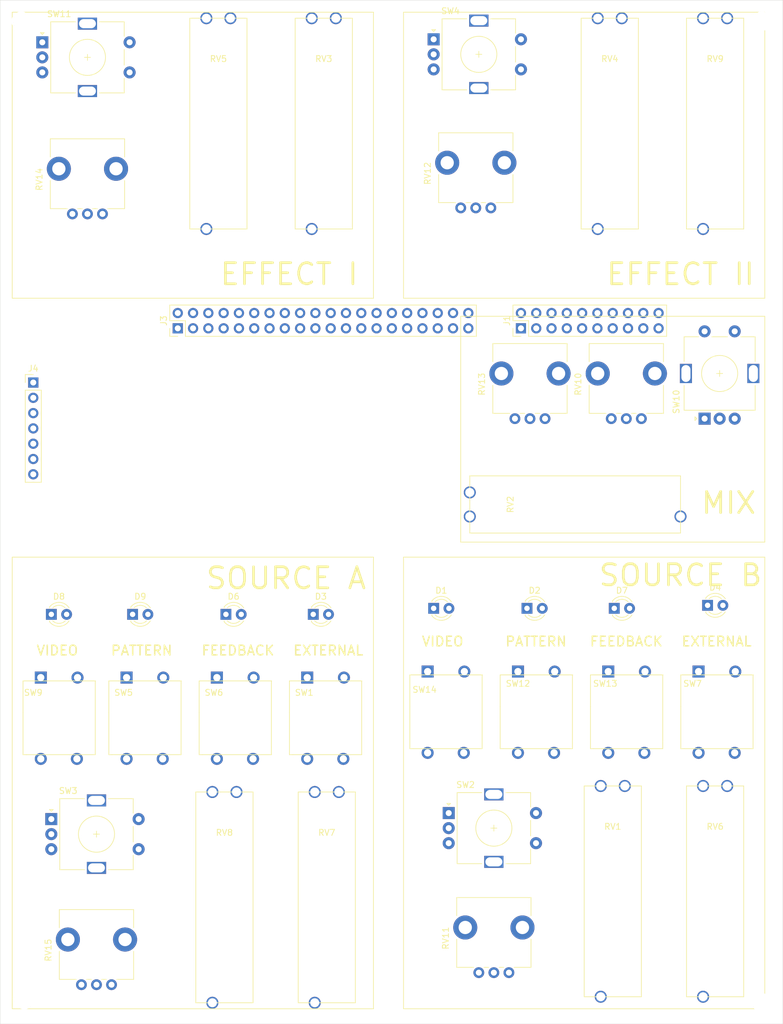
<source format=kicad_pcb>
(kicad_pcb (version 20171130) (host pcbnew 5.1.10)

  (general
    (thickness 1.6)
    (drawings 37)
    (tracks 0)
    (zones 0)
    (modules 43)
    (nets 170)
  )

  (page A4)
  (layers
    (0 F.Cu signal)
    (31 B.Cu signal)
    (32 B.Adhes user)
    (33 F.Adhes user)
    (34 B.Paste user)
    (35 F.Paste user)
    (36 B.SilkS user)
    (37 F.SilkS user)
    (38 B.Mask user)
    (39 F.Mask user)
    (40 Dwgs.User user)
    (41 Cmts.User user)
    (42 Eco1.User user)
    (43 Eco2.User user)
    (44 Edge.Cuts user)
    (45 Margin user)
    (46 B.CrtYd user)
    (47 F.CrtYd user)
    (48 B.Fab user)
    (49 F.Fab user hide)
  )

  (setup
    (last_trace_width 0.25)
    (trace_clearance 0.2)
    (zone_clearance 0.508)
    (zone_45_only no)
    (trace_min 0.2)
    (via_size 0.8)
    (via_drill 0.4)
    (via_min_size 0.4)
    (via_min_drill 0.3)
    (uvia_size 0.3)
    (uvia_drill 0.1)
    (uvias_allowed no)
    (uvia_min_size 0.2)
    (uvia_min_drill 0.1)
    (edge_width 0.05)
    (segment_width 0.2)
    (pcb_text_width 0.3)
    (pcb_text_size 1.5 1.5)
    (mod_edge_width 0.12)
    (mod_text_size 1 1)
    (mod_text_width 0.15)
    (pad_size 1.524 1.524)
    (pad_drill 0.762)
    (pad_to_mask_clearance 0)
    (aux_axis_origin 0 0)
    (visible_elements FFFFFF7F)
    (pcbplotparams
      (layerselection 0x010fc_ffffffff)
      (usegerberextensions false)
      (usegerberattributes true)
      (usegerberadvancedattributes true)
      (creategerberjobfile true)
      (excludeedgelayer true)
      (linewidth 0.100000)
      (plotframeref false)
      (viasonmask false)
      (mode 1)
      (useauxorigin false)
      (hpglpennumber 1)
      (hpglpenspeed 20)
      (hpglpendiameter 15.000000)
      (psnegative false)
      (psa4output false)
      (plotreference true)
      (plotvalue true)
      (plotinvisibletext false)
      (padsonsilk false)
      (subtractmaskfromsilk false)
      (outputformat 1)
      (mirror false)
      (drillshape 1)
      (scaleselection 1)
      (outputdirectory ""))
  )

  (net 0 "")
  (net 1 "Net-(D1-Pad1)")
  (net 2 "Net-(D1-Pad2)")
  (net 3 "Net-(D2-Pad2)")
  (net 4 "Net-(D2-Pad1)")
  (net 5 "Net-(D3-Pad1)")
  (net 6 "Net-(D3-Pad2)")
  (net 7 "Net-(D4-Pad2)")
  (net 8 "Net-(D4-Pad1)")
  (net 9 "Net-(D6-Pad2)")
  (net 10 "Net-(D6-Pad1)")
  (net 11 "Net-(D7-Pad1)")
  (net 12 "Net-(D7-Pad2)")
  (net 13 "Net-(D8-Pad2)")
  (net 14 "Net-(D8-Pad1)")
  (net 15 "Net-(D9-Pad1)")
  (net 16 "Net-(D9-Pad2)")
  (net 17 "Net-(J1-Pad2)")
  (net 18 "Net-(J1-Pad1)")
  (net 19 "Net-(J3-Pad1)")
  (net 20 "Net-(J3-Pad3)")
  (net 21 "Net-(J3-Pad5)")
  (net 22 "Net-(J3-Pad7)")
  (net 23 "Net-(J3-Pad9)")
  (net 24 "Net-(J3-Pad11)")
  (net 25 "Net-(J3-Pad2)")
  (net 26 "Net-(J3-Pad4)")
  (net 27 "Net-(J3-Pad6)")
  (net 28 "Net-(J3-Pad8)")
  (net 29 "Net-(J3-Pad10)")
  (net 30 "Net-(J3-Pad12)")
  (net 31 "Net-(J3-Pad13)")
  (net 32 "Net-(J3-Pad14)")
  (net 33 "Net-(J3-Pad15)")
  (net 34 "Net-(J3-Pad17)")
  (net 35 "Net-(J3-Pad19)")
  (net 36 "Net-(J3-Pad21)")
  (net 37 "Net-(J3-Pad23)")
  (net 38 "Net-(J3-Pad25)")
  (net 39 "Net-(J3-Pad16)")
  (net 40 "Net-(J3-Pad18)")
  (net 41 "Net-(J3-Pad20)")
  (net 42 "Net-(J3-Pad22)")
  (net 43 "Net-(J3-Pad24)")
  (net 44 "Net-(J3-Pad26)")
  (net 45 "Net-(J3-Pad27)")
  (net 46 "Net-(J3-Pad28)")
  (net 47 "Net-(J3-Pad29)")
  (net 48 "Net-(J3-Pad31)")
  (net 49 "Net-(J3-Pad33)")
  (net 50 "Net-(J3-Pad35)")
  (net 51 "Net-(J3-Pad37)")
  (net 52 "Net-(J3-Pad39)")
  (net 53 "Net-(J3-Pad30)")
  (net 54 "Net-(J3-Pad32)")
  (net 55 "Net-(J3-Pad34)")
  (net 56 "Net-(J3-Pad36)")
  (net 57 "Net-(J3-Pad38)")
  (net 58 "Net-(J3-Pad40)")
  (net 59 "Net-(RV1-Pad1)")
  (net 60 "Net-(RV1-Pad2)")
  (net 61 "Net-(RV1-Pad3)")
  (net 62 "Net-(RV2-Pad1)")
  (net 63 "Net-(RV2-Pad2)")
  (net 64 "Net-(RV2-Pad3)")
  (net 65 "Net-(RV3-Pad3)")
  (net 66 "Net-(RV3-Pad2)")
  (net 67 "Net-(RV3-Pad1)")
  (net 68 "Net-(RV4-Pad3)")
  (net 69 "Net-(RV4-Pad2)")
  (net 70 "Net-(RV4-Pad1)")
  (net 71 "Net-(RV5-Pad3)")
  (net 72 "Net-(RV5-Pad2)")
  (net 73 "Net-(RV5-Pad1)")
  (net 74 "Net-(RV6-Pad1)")
  (net 75 "Net-(RV6-Pad2)")
  (net 76 "Net-(RV6-Pad3)")
  (net 77 "Net-(RV7-Pad1)")
  (net 78 "Net-(RV7-Pad2)")
  (net 79 "Net-(RV7-Pad3)")
  (net 80 "Net-(RV8-Pad1)")
  (net 81 "Net-(RV8-Pad2)")
  (net 82 "Net-(RV8-Pad3)")
  (net 83 "Net-(RV9-Pad3)")
  (net 84 "Net-(RV9-Pad2)")
  (net 85 "Net-(RV9-Pad1)")
  (net 86 "Net-(RV10-Pad3)")
  (net 87 "Net-(RV10-Pad2)")
  (net 88 "Net-(RV10-Pad1)")
  (net 89 "Net-(RV11-Pad1)")
  (net 90 "Net-(RV11-Pad2)")
  (net 91 "Net-(RV11-Pad3)")
  (net 92 "Net-(RV12-Pad3)")
  (net 93 "Net-(RV12-Pad2)")
  (net 94 "Net-(RV12-Pad1)")
  (net 95 "Net-(RV13-Pad3)")
  (net 96 "Net-(RV13-Pad2)")
  (net 97 "Net-(RV13-Pad1)")
  (net 98 "Net-(RV14-Pad1)")
  (net 99 "Net-(RV14-Pad2)")
  (net 100 "Net-(RV14-Pad3)")
  (net 101 "Net-(RV15-Pad1)")
  (net 102 "Net-(RV15-Pad2)")
  (net 103 "Net-(RV15-Pad3)")
  (net 104 "Net-(SW1-Pad2)")
  (net 105 "Net-(SW1-Pad1)")
  (net 106 "Net-(SW2-PadS1)")
  (net 107 "Net-(SW2-PadS2)")
  (net 108 "Net-(SW2-PadB)")
  (net 109 "Net-(SW2-PadC)")
  (net 110 "Net-(SW2-PadA)")
  (net 111 "Net-(SW3-PadA)")
  (net 112 "Net-(SW3-PadC)")
  (net 113 "Net-(SW3-PadB)")
  (net 114 "Net-(SW3-PadS2)")
  (net 115 "Net-(SW3-PadS1)")
  (net 116 "Net-(SW4-PadS1)")
  (net 117 "Net-(SW4-PadS2)")
  (net 118 "Net-(SW4-PadB)")
  (net 119 "Net-(SW4-PadC)")
  (net 120 "Net-(SW4-PadA)")
  (net 121 "Net-(SW5-Pad2)")
  (net 122 "Net-(SW5-Pad1)")
  (net 123 "Net-(SW6-Pad1)")
  (net 124 "Net-(SW6-Pad2)")
  (net 125 "Net-(SW7-Pad2)")
  (net 126 "Net-(SW7-Pad1)")
  (net 127 "Net-(SW9-Pad1)")
  (net 128 "Net-(SW9-Pad2)")
  (net 129 "Net-(SW10-PadS1)")
  (net 130 "Net-(SW10-PadS2)")
  (net 131 "Net-(SW10-PadB)")
  (net 132 "Net-(SW10-PadC)")
  (net 133 "Net-(SW10-PadA)")
  (net 134 "Net-(SW11-PadA)")
  (net 135 "Net-(SW11-PadC)")
  (net 136 "Net-(SW11-PadB)")
  (net 137 "Net-(SW11-PadS2)")
  (net 138 "Net-(SW11-PadS1)")
  (net 139 "Net-(SW12-Pad2)")
  (net 140 "Net-(SW12-Pad1)")
  (net 141 "Net-(SW13-Pad1)")
  (net 142 "Net-(SW13-Pad2)")
  (net 143 "Net-(SW14-Pad2)")
  (net 144 "Net-(SW14-Pad1)")
  (net 145 "Net-(J4-Pad1)")
  (net 146 "Net-(J4-Pad2)")
  (net 147 "Net-(J4-Pad3)")
  (net 148 "Net-(J4-Pad4)")
  (net 149 "Net-(J4-Pad5)")
  (net 150 "Net-(J4-Pad6)")
  (net 151 "Net-(J4-Pad7)")
  (net 152 "Net-(J1-Pad3)")
  (net 153 "Net-(J1-Pad4)")
  (net 154 "Net-(J1-Pad5)")
  (net 155 "Net-(J1-Pad6)")
  (net 156 "Net-(J1-Pad7)")
  (net 157 "Net-(J1-Pad8)")
  (net 158 "Net-(J1-Pad9)")
  (net 159 "Net-(J1-Pad10)")
  (net 160 "Net-(J1-Pad11)")
  (net 161 "Net-(J1-Pad12)")
  (net 162 "Net-(J1-Pad13)")
  (net 163 "Net-(J1-Pad14)")
  (net 164 "Net-(J1-Pad15)")
  (net 165 "Net-(J1-Pad16)")
  (net 166 "Net-(J1-Pad17)")
  (net 167 "Net-(J1-Pad18)")
  (net 168 "Net-(J1-Pad19)")
  (net 169 "Net-(J1-Pad20)")

  (net_class Default "This is the default net class."
    (clearance 0.2)
    (trace_width 0.25)
    (via_dia 0.8)
    (via_drill 0.4)
    (uvia_dia 0.3)
    (uvia_drill 0.1)
    (add_net "Net-(D1-Pad1)")
    (add_net "Net-(D1-Pad2)")
    (add_net "Net-(D2-Pad1)")
    (add_net "Net-(D2-Pad2)")
    (add_net "Net-(D3-Pad1)")
    (add_net "Net-(D3-Pad2)")
    (add_net "Net-(D4-Pad1)")
    (add_net "Net-(D4-Pad2)")
    (add_net "Net-(D6-Pad1)")
    (add_net "Net-(D6-Pad2)")
    (add_net "Net-(D7-Pad1)")
    (add_net "Net-(D7-Pad2)")
    (add_net "Net-(D8-Pad1)")
    (add_net "Net-(D8-Pad2)")
    (add_net "Net-(D9-Pad1)")
    (add_net "Net-(D9-Pad2)")
    (add_net "Net-(J1-Pad1)")
    (add_net "Net-(J1-Pad10)")
    (add_net "Net-(J1-Pad11)")
    (add_net "Net-(J1-Pad12)")
    (add_net "Net-(J1-Pad13)")
    (add_net "Net-(J1-Pad14)")
    (add_net "Net-(J1-Pad15)")
    (add_net "Net-(J1-Pad16)")
    (add_net "Net-(J1-Pad17)")
    (add_net "Net-(J1-Pad18)")
    (add_net "Net-(J1-Pad19)")
    (add_net "Net-(J1-Pad2)")
    (add_net "Net-(J1-Pad20)")
    (add_net "Net-(J1-Pad3)")
    (add_net "Net-(J1-Pad4)")
    (add_net "Net-(J1-Pad5)")
    (add_net "Net-(J1-Pad6)")
    (add_net "Net-(J1-Pad7)")
    (add_net "Net-(J1-Pad8)")
    (add_net "Net-(J1-Pad9)")
    (add_net "Net-(J3-Pad1)")
    (add_net "Net-(J3-Pad10)")
    (add_net "Net-(J3-Pad11)")
    (add_net "Net-(J3-Pad12)")
    (add_net "Net-(J3-Pad13)")
    (add_net "Net-(J3-Pad14)")
    (add_net "Net-(J3-Pad15)")
    (add_net "Net-(J3-Pad16)")
    (add_net "Net-(J3-Pad17)")
    (add_net "Net-(J3-Pad18)")
    (add_net "Net-(J3-Pad19)")
    (add_net "Net-(J3-Pad2)")
    (add_net "Net-(J3-Pad20)")
    (add_net "Net-(J3-Pad21)")
    (add_net "Net-(J3-Pad22)")
    (add_net "Net-(J3-Pad23)")
    (add_net "Net-(J3-Pad24)")
    (add_net "Net-(J3-Pad25)")
    (add_net "Net-(J3-Pad26)")
    (add_net "Net-(J3-Pad27)")
    (add_net "Net-(J3-Pad28)")
    (add_net "Net-(J3-Pad29)")
    (add_net "Net-(J3-Pad3)")
    (add_net "Net-(J3-Pad30)")
    (add_net "Net-(J3-Pad31)")
    (add_net "Net-(J3-Pad32)")
    (add_net "Net-(J3-Pad33)")
    (add_net "Net-(J3-Pad34)")
    (add_net "Net-(J3-Pad35)")
    (add_net "Net-(J3-Pad36)")
    (add_net "Net-(J3-Pad37)")
    (add_net "Net-(J3-Pad38)")
    (add_net "Net-(J3-Pad39)")
    (add_net "Net-(J3-Pad4)")
    (add_net "Net-(J3-Pad40)")
    (add_net "Net-(J3-Pad5)")
    (add_net "Net-(J3-Pad6)")
    (add_net "Net-(J3-Pad7)")
    (add_net "Net-(J3-Pad8)")
    (add_net "Net-(J3-Pad9)")
    (add_net "Net-(J4-Pad1)")
    (add_net "Net-(J4-Pad2)")
    (add_net "Net-(J4-Pad3)")
    (add_net "Net-(J4-Pad4)")
    (add_net "Net-(J4-Pad5)")
    (add_net "Net-(J4-Pad6)")
    (add_net "Net-(J4-Pad7)")
    (add_net "Net-(RV1-Pad1)")
    (add_net "Net-(RV1-Pad2)")
    (add_net "Net-(RV1-Pad3)")
    (add_net "Net-(RV10-Pad1)")
    (add_net "Net-(RV10-Pad2)")
    (add_net "Net-(RV10-Pad3)")
    (add_net "Net-(RV11-Pad1)")
    (add_net "Net-(RV11-Pad2)")
    (add_net "Net-(RV11-Pad3)")
    (add_net "Net-(RV12-Pad1)")
    (add_net "Net-(RV12-Pad2)")
    (add_net "Net-(RV12-Pad3)")
    (add_net "Net-(RV13-Pad1)")
    (add_net "Net-(RV13-Pad2)")
    (add_net "Net-(RV13-Pad3)")
    (add_net "Net-(RV14-Pad1)")
    (add_net "Net-(RV14-Pad2)")
    (add_net "Net-(RV14-Pad3)")
    (add_net "Net-(RV15-Pad1)")
    (add_net "Net-(RV15-Pad2)")
    (add_net "Net-(RV15-Pad3)")
    (add_net "Net-(RV2-Pad1)")
    (add_net "Net-(RV2-Pad2)")
    (add_net "Net-(RV2-Pad3)")
    (add_net "Net-(RV3-Pad1)")
    (add_net "Net-(RV3-Pad2)")
    (add_net "Net-(RV3-Pad3)")
    (add_net "Net-(RV4-Pad1)")
    (add_net "Net-(RV4-Pad2)")
    (add_net "Net-(RV4-Pad3)")
    (add_net "Net-(RV5-Pad1)")
    (add_net "Net-(RV5-Pad2)")
    (add_net "Net-(RV5-Pad3)")
    (add_net "Net-(RV6-Pad1)")
    (add_net "Net-(RV6-Pad2)")
    (add_net "Net-(RV6-Pad3)")
    (add_net "Net-(RV7-Pad1)")
    (add_net "Net-(RV7-Pad2)")
    (add_net "Net-(RV7-Pad3)")
    (add_net "Net-(RV8-Pad1)")
    (add_net "Net-(RV8-Pad2)")
    (add_net "Net-(RV8-Pad3)")
    (add_net "Net-(RV9-Pad1)")
    (add_net "Net-(RV9-Pad2)")
    (add_net "Net-(RV9-Pad3)")
    (add_net "Net-(SW1-Pad1)")
    (add_net "Net-(SW1-Pad2)")
    (add_net "Net-(SW10-PadA)")
    (add_net "Net-(SW10-PadB)")
    (add_net "Net-(SW10-PadC)")
    (add_net "Net-(SW10-PadS1)")
    (add_net "Net-(SW10-PadS2)")
    (add_net "Net-(SW11-PadA)")
    (add_net "Net-(SW11-PadB)")
    (add_net "Net-(SW11-PadC)")
    (add_net "Net-(SW11-PadS1)")
    (add_net "Net-(SW11-PadS2)")
    (add_net "Net-(SW12-Pad1)")
    (add_net "Net-(SW12-Pad2)")
    (add_net "Net-(SW13-Pad1)")
    (add_net "Net-(SW13-Pad2)")
    (add_net "Net-(SW14-Pad1)")
    (add_net "Net-(SW14-Pad2)")
    (add_net "Net-(SW2-PadA)")
    (add_net "Net-(SW2-PadB)")
    (add_net "Net-(SW2-PadC)")
    (add_net "Net-(SW2-PadS1)")
    (add_net "Net-(SW2-PadS2)")
    (add_net "Net-(SW3-PadA)")
    (add_net "Net-(SW3-PadB)")
    (add_net "Net-(SW3-PadC)")
    (add_net "Net-(SW3-PadS1)")
    (add_net "Net-(SW3-PadS2)")
    (add_net "Net-(SW4-PadA)")
    (add_net "Net-(SW4-PadB)")
    (add_net "Net-(SW4-PadC)")
    (add_net "Net-(SW4-PadS1)")
    (add_net "Net-(SW4-PadS2)")
    (add_net "Net-(SW5-Pad1)")
    (add_net "Net-(SW5-Pad2)")
    (add_net "Net-(SW6-Pad1)")
    (add_net "Net-(SW6-Pad2)")
    (add_net "Net-(SW7-Pad1)")
    (add_net "Net-(SW7-Pad2)")
    (add_net "Net-(SW9-Pad1)")
    (add_net "Net-(SW9-Pad2)")
  )

  (module MountingHole:MountingHole_3.2mm_M3 (layer F.Cu) (tedit 56D1B4CB) (tstamp 6153DBDE)
    (at 28.5 23.5)
    (descr "Mounting Hole 3.2mm, no annular, M3")
    (tags "mounting hole 3.2mm no annular m3")
    (attr virtual)
    (fp_text reference REF** (at 0 -4.2) (layer F.SilkS) hide
      (effects (font (size 1 1) (thickness 0.15)))
    )
    (fp_text value MountingHole_3.2mm_M3 (at 0 4.2) (layer F.Fab)
      (effects (font (size 1 1) (thickness 0.15)))
    )
    (fp_circle (center 0 0) (end 3.45 0) (layer F.CrtYd) (width 0.05))
    (fp_circle (center 0 0) (end 3.2 0) (layer Cmts.User) (width 0.15))
    (fp_text user %R (at 0.3 0) (layer F.Fab)
      (effects (font (size 1 1) (thickness 0.15)))
    )
    (pad 1 np_thru_hole circle (at 0 0) (size 3.2 3.2) (drill 3.2) (layers *.Cu *.Mask))
  )

  (module MountingHole:MountingHole_3.2mm_M3 (layer F.Cu) (tedit 56D1B4CB) (tstamp 6153DBD0)
    (at 151.5 23.5)
    (descr "Mounting Hole 3.2mm, no annular, M3")
    (tags "mounting hole 3.2mm no annular m3")
    (attr virtual)
    (fp_text reference REF** (at 0 -4.2) (layer F.SilkS) hide
      (effects (font (size 1 1) (thickness 0.15)))
    )
    (fp_text value MountingHole_3.2mm_M3 (at 0 4.2) (layer F.Fab)
      (effects (font (size 1 1) (thickness 0.15)))
    )
    (fp_text user %R (at 0.3 0) (layer F.Fab)
      (effects (font (size 1 1) (thickness 0.15)))
    )
    (fp_circle (center 0 0) (end 3.2 0) (layer Cmts.User) (width 0.15))
    (fp_circle (center 0 0) (end 3.45 0) (layer F.CrtYd) (width 0.05))
    (pad 1 np_thru_hole circle (at 0 0) (size 3.2 3.2) (drill 3.2) (layers *.Cu *.Mask))
  )

  (module MountingHole:MountingHole_3.2mm_M3 (layer F.Cu) (tedit 56D1B4CB) (tstamp 6153DBC2)
    (at 151.5 186.5)
    (descr "Mounting Hole 3.2mm, no annular, M3")
    (tags "mounting hole 3.2mm no annular m3")
    (attr virtual)
    (fp_text reference REF** (at 0 -4.2) (layer F.SilkS) hide
      (effects (font (size 1 1) (thickness 0.15)))
    )
    (fp_text value MountingHole_3.2mm_M3 (at 0 4.2) (layer F.Fab)
      (effects (font (size 1 1) (thickness 0.15)))
    )
    (fp_circle (center 0 0) (end 3.45 0) (layer F.CrtYd) (width 0.05))
    (fp_circle (center 0 0) (end 3.2 0) (layer Cmts.User) (width 0.15))
    (fp_text user %R (at 0.3 0) (layer F.Fab)
      (effects (font (size 1 1) (thickness 0.15)))
    )
    (pad 1 np_thru_hole circle (at 0 0) (size 3.2 3.2) (drill 3.2) (layers *.Cu *.Mask))
  )

  (module MountingHole:MountingHole_3.2mm_M3 (layer F.Cu) (tedit 56D1B4CB) (tstamp 6153DBB1)
    (at 29 186)
    (descr "Mounting Hole 3.2mm, no annular, M3")
    (tags "mounting hole 3.2mm no annular m3")
    (attr virtual)
    (fp_text reference REF** (at 0 -4.2) (layer F.SilkS) hide
      (effects (font (size 1 1) (thickness 0.15)))
    )
    (fp_text value MountingHole_3.2mm_M3 (at 0 4.2) (layer F.Fab)
      (effects (font (size 1 1) (thickness 0.15)))
    )
    (fp_text user %R (at 0.3 0) (layer F.Fab)
      (effects (font (size 1 1) (thickness 0.15)))
    )
    (fp_circle (center 0 0) (end 3.2 0) (layer Cmts.User) (width 0.15))
    (fp_circle (center 0 0) (end 3.45 0) (layer F.CrtYd) (width 0.05))
    (pad 1 np_thru_hole circle (at 0 0) (size 3.2 3.2) (drill 3.2) (layers *.Cu *.Mask))
  )

  (module lib_fp:tht_Slider_Tayda (layer F.Cu) (tedit 61527DCC) (tstamp 6153448A)
    (at 123 151.5)
    (descr "Potentiometer, horizontal, ACP CA6-H2,5, http://www.acptechnologies.com/wp-content/uploads/2017/06/01-ACP-CA6.pdf")
    (tags "Potentiometer horizontal ACP CA6-H2,5")
    (path /6155938D)
    (fp_text reference RV1 (at 3.75 5.75) (layer F.SilkS)
      (effects (font (size 1 1) (thickness 0.15)))
    )
    (fp_text value R_POT (at 2 -4) (layer F.Fab)
      (effects (font (size 1 1) (thickness 0.15)))
    )
    (fp_text user %R (at 3.5 3.5) (layer F.Fab)
      (effects (font (size 0.78 0.78) (thickness 0.15)))
    )
    (fp_line (start 8.5 -1.1) (end -1.1 -1.1) (layer F.CrtYd) (width 0.05))
    (fp_line (start 8.5 34) (end 8.5 -1.1) (layer F.CrtYd) (width 0.05))
    (fp_line (start -1.1 34) (end 8.5 34) (layer F.CrtYd) (width 0.05))
    (fp_line (start -1.1 -1.1) (end -1.1 34) (layer F.CrtYd) (width 0.05))
    (fp_line (start -1 -1) (end -1 34) (layer F.SilkS) (width 0.12))
    (fp_line (start 8.5 -1) (end 8.5 34) (layer F.SilkS) (width 0.12))
    (fp_line (start -1 34) (end 8.5 34) (layer F.SilkS) (width 0.12))
    (fp_line (start -1 -1) (end 8.5 -1) (layer F.SilkS) (width 0.12))
    (fp_line (start 5.25 2.5) (end 1.75 2.5) (layer F.Fab) (width 0.1))
    (fp_line (start 5.25 4.5) (end 5.25 2.5) (layer F.Fab) (width 0.1))
    (fp_line (start 1.75 4.5) (end 5.25 4.5) (layer F.Fab) (width 0.1))
    (fp_line (start 1.75 2.5) (end 1.75 4.5) (layer F.Fab) (width 0.1))
    (fp_line (start -1 -1) (end 8.5 -1) (layer F.Fab) (width 0.1))
    (fp_line (start -1 34) (end -1 -1) (layer F.Fab) (width 0.1))
    (fp_line (start 8.5 34) (end -1 34) (layer F.Fab) (width 0.1))
    (fp_line (start 8.5 -1) (end 8.5 34) (layer F.Fab) (width 0.1))
    (pad 3 thru_hole circle (at 1.75 34) (size 2 2) (drill 1.5) (layers *.Cu *.Mask)
      (net 61 "Net-(RV1-Pad3)"))
    (pad 2 thru_hole circle (at 5.75 -1) (size 2 2) (drill 1.5) (layers *.Cu *.Mask)
      (net 60 "Net-(RV1-Pad2)"))
    (pad 1 thru_hole circle (at 1.75 -1) (size 2 2) (drill 1.5) (layers *.Cu *.Mask)
      (net 59 "Net-(RV1-Pad1)"))
    (model ${KISYS3DMOD}/Potentiometer_THT.3dshapes/Potentiometer_ACP_CA6-H2,5_Horizontal.wrl
      (at (xyz 0 0 0))
      (scale (xyz 1 1 1))
      (rotate (xyz 0 0 0))
    )
    (model ${CUSTOM_LIBRARY}/slider_20mm/RA2045F-20A-15LC-B10K-C.step
      (offset (xyz 3.5 -15.5 0))
      (scale (xyz 1 1 1))
      (rotate (xyz 0 0 90))
    )
  )

  (module lib_fp:tht_Slider_Tayda (layer F.Cu) (tedit 61527DCC) (tstamp 615344A2)
    (at 104 107.5 90)
    (descr "Potentiometer, horizontal, ACP CA6-H2,5, http://www.acptechnologies.com/wp-content/uploads/2017/06/01-ACP-CA6.pdf")
    (tags "Potentiometer horizontal ACP CA6-H2,5")
    (path /6159332A)
    (fp_text reference RV2 (at 3.75 5.75 90) (layer F.SilkS)
      (effects (font (size 1 1) (thickness 0.15)))
    )
    (fp_text value R_POT (at 2 -4 90) (layer F.Fab)
      (effects (font (size 1 1) (thickness 0.15)))
    )
    (fp_line (start 8.5 -1) (end 8.5 34) (layer F.Fab) (width 0.1))
    (fp_line (start 8.5 34) (end -1 34) (layer F.Fab) (width 0.1))
    (fp_line (start -1 34) (end -1 -1) (layer F.Fab) (width 0.1))
    (fp_line (start -1 -1) (end 8.5 -1) (layer F.Fab) (width 0.1))
    (fp_line (start 1.75 2.5) (end 1.75 4.5) (layer F.Fab) (width 0.1))
    (fp_line (start 1.75 4.5) (end 5.25 4.5) (layer F.Fab) (width 0.1))
    (fp_line (start 5.25 4.5) (end 5.25 2.5) (layer F.Fab) (width 0.1))
    (fp_line (start 5.25 2.5) (end 1.75 2.5) (layer F.Fab) (width 0.1))
    (fp_line (start -1 -1) (end 8.5 -1) (layer F.SilkS) (width 0.12))
    (fp_line (start -1 34) (end 8.5 34) (layer F.SilkS) (width 0.12))
    (fp_line (start 8.5 -1) (end 8.5 34) (layer F.SilkS) (width 0.12))
    (fp_line (start -1 -1) (end -1 34) (layer F.SilkS) (width 0.12))
    (fp_line (start -1.1 -1.1) (end -1.1 34) (layer F.CrtYd) (width 0.05))
    (fp_line (start -1.1 34) (end 8.5 34) (layer F.CrtYd) (width 0.05))
    (fp_line (start 8.5 34) (end 8.5 -1.1) (layer F.CrtYd) (width 0.05))
    (fp_line (start 8.5 -1.1) (end -1.1 -1.1) (layer F.CrtYd) (width 0.05))
    (fp_text user %R (at 3.5 3.5 90) (layer F.Fab)
      (effects (font (size 0.78 0.78) (thickness 0.15)))
    )
    (pad 1 thru_hole circle (at 1.75 -1 90) (size 2 2) (drill 1.5) (layers *.Cu *.Mask)
      (net 62 "Net-(RV2-Pad1)"))
    (pad 2 thru_hole circle (at 5.75 -1 90) (size 2 2) (drill 1.5) (layers *.Cu *.Mask)
      (net 63 "Net-(RV2-Pad2)"))
    (pad 3 thru_hole circle (at 1.75 34 90) (size 2 2) (drill 1.5) (layers *.Cu *.Mask)
      (net 64 "Net-(RV2-Pad3)"))
    (model ${KISYS3DMOD}/Potentiometer_THT.3dshapes/Potentiometer_ACP_CA6-H2,5_Horizontal.wrl
      (at (xyz 0 0 0))
      (scale (xyz 1 1 1))
      (rotate (xyz 0 0 0))
    )
    (model ${CUSTOM_LIBRARY}/slider_20mm/RA2045F-20A-15LC-B10K-C.step
      (offset (xyz 3.5 -15.5 0))
      (scale (xyz 1 1 1))
      (rotate (xyz 0 0 90))
    )
  )

  (module lib_fp:tht_Slider_Tayda (layer F.Cu) (tedit 61527DCC) (tstamp 6153CCE7)
    (at 75 24)
    (descr "Potentiometer, horizontal, ACP CA6-H2,5, http://www.acptechnologies.com/wp-content/uploads/2017/06/01-ACP-CA6.pdf")
    (tags "Potentiometer horizontal ACP CA6-H2,5")
    (path /6152C654)
    (fp_text reference RV3 (at 3.75 5.75) (layer F.SilkS)
      (effects (font (size 1 1) (thickness 0.15)))
    )
    (fp_text value R_POT (at 2 -4) (layer F.Fab)
      (effects (font (size 1 1) (thickness 0.15)))
    )
    (fp_line (start 8.5 -1) (end 8.5 34) (layer F.Fab) (width 0.1))
    (fp_line (start 8.5 34) (end -1 34) (layer F.Fab) (width 0.1))
    (fp_line (start -1 34) (end -1 -1) (layer F.Fab) (width 0.1))
    (fp_line (start -1 -1) (end 8.5 -1) (layer F.Fab) (width 0.1))
    (fp_line (start 1.75 2.5) (end 1.75 4.5) (layer F.Fab) (width 0.1))
    (fp_line (start 1.75 4.5) (end 5.25 4.5) (layer F.Fab) (width 0.1))
    (fp_line (start 5.25 4.5) (end 5.25 2.5) (layer F.Fab) (width 0.1))
    (fp_line (start 5.25 2.5) (end 1.75 2.5) (layer F.Fab) (width 0.1))
    (fp_line (start -1 -1) (end 8.5 -1) (layer F.SilkS) (width 0.12))
    (fp_line (start -1 34) (end 8.5 34) (layer F.SilkS) (width 0.12))
    (fp_line (start 8.5 -1) (end 8.5 34) (layer F.SilkS) (width 0.12))
    (fp_line (start -1 -1) (end -1 34) (layer F.SilkS) (width 0.12))
    (fp_line (start -1.1 -1.1) (end -1.1 34) (layer F.CrtYd) (width 0.05))
    (fp_line (start -1.1 34) (end 8.5 34) (layer F.CrtYd) (width 0.05))
    (fp_line (start 8.5 34) (end 8.5 -1.1) (layer F.CrtYd) (width 0.05))
    (fp_line (start 8.5 -1.1) (end -1.1 -1.1) (layer F.CrtYd) (width 0.05))
    (fp_text user %R (at 3.5 3.5) (layer F.Fab)
      (effects (font (size 0.78 0.78) (thickness 0.15)))
    )
    (pad 1 thru_hole circle (at 1.75 -1) (size 2 2) (drill 1.5) (layers *.Cu *.Mask)
      (net 67 "Net-(RV3-Pad1)"))
    (pad 2 thru_hole circle (at 5.75 -1) (size 2 2) (drill 1.5) (layers *.Cu *.Mask)
      (net 66 "Net-(RV3-Pad2)"))
    (pad 3 thru_hole circle (at 1.75 34) (size 2 2) (drill 1.5) (layers *.Cu *.Mask)
      (net 65 "Net-(RV3-Pad3)"))
    (model ${KISYS3DMOD}/Potentiometer_THT.3dshapes/Potentiometer_ACP_CA6-H2,5_Horizontal.wrl
      (at (xyz 0 0 0))
      (scale (xyz 1 1 1))
      (rotate (xyz 0 0 0))
    )
    (model ${CUSTOM_LIBRARY}/slider_20mm/RA2045F-20A-15LC-B10K-C.step
      (offset (xyz 3.5 -15.5 0))
      (scale (xyz 1 1 1))
      (rotate (xyz 0 0 90))
    )
  )

  (module lib_fp:tht_Slider_Tayda (layer F.Cu) (tedit 61527DCC) (tstamp 615344D2)
    (at 122.5 24)
    (descr "Potentiometer, horizontal, ACP CA6-H2,5, http://www.acptechnologies.com/wp-content/uploads/2017/06/01-ACP-CA6.pdf")
    (tags "Potentiometer horizontal ACP CA6-H2,5")
    (path /61559397)
    (fp_text reference RV4 (at 3.75 5.75) (layer F.SilkS)
      (effects (font (size 1 1) (thickness 0.15)))
    )
    (fp_text value R_POT (at 2 -4) (layer F.Fab)
      (effects (font (size 1 1) (thickness 0.15)))
    )
    (fp_line (start 8.5 -1) (end 8.5 34) (layer F.Fab) (width 0.1))
    (fp_line (start 8.5 34) (end -1 34) (layer F.Fab) (width 0.1))
    (fp_line (start -1 34) (end -1 -1) (layer F.Fab) (width 0.1))
    (fp_line (start -1 -1) (end 8.5 -1) (layer F.Fab) (width 0.1))
    (fp_line (start 1.75 2.5) (end 1.75 4.5) (layer F.Fab) (width 0.1))
    (fp_line (start 1.75 4.5) (end 5.25 4.5) (layer F.Fab) (width 0.1))
    (fp_line (start 5.25 4.5) (end 5.25 2.5) (layer F.Fab) (width 0.1))
    (fp_line (start 5.25 2.5) (end 1.75 2.5) (layer F.Fab) (width 0.1))
    (fp_line (start -1 -1) (end 8.5 -1) (layer F.SilkS) (width 0.12))
    (fp_line (start -1 34) (end 8.5 34) (layer F.SilkS) (width 0.12))
    (fp_line (start 8.5 -1) (end 8.5 34) (layer F.SilkS) (width 0.12))
    (fp_line (start -1 -1) (end -1 34) (layer F.SilkS) (width 0.12))
    (fp_line (start -1.1 -1.1) (end -1.1 34) (layer F.CrtYd) (width 0.05))
    (fp_line (start -1.1 34) (end 8.5 34) (layer F.CrtYd) (width 0.05))
    (fp_line (start 8.5 34) (end 8.5 -1.1) (layer F.CrtYd) (width 0.05))
    (fp_line (start 8.5 -1.1) (end -1.1 -1.1) (layer F.CrtYd) (width 0.05))
    (fp_text user %R (at 3.5 3.5) (layer F.Fab)
      (effects (font (size 0.78 0.78) (thickness 0.15)))
    )
    (pad 1 thru_hole circle (at 1.75 -1) (size 2 2) (drill 1.5) (layers *.Cu *.Mask)
      (net 70 "Net-(RV4-Pad1)"))
    (pad 2 thru_hole circle (at 5.75 -1) (size 2 2) (drill 1.5) (layers *.Cu *.Mask)
      (net 69 "Net-(RV4-Pad2)"))
    (pad 3 thru_hole circle (at 1.75 34) (size 2 2) (drill 1.5) (layers *.Cu *.Mask)
      (net 68 "Net-(RV4-Pad3)"))
    (model ${KISYS3DMOD}/Potentiometer_THT.3dshapes/Potentiometer_ACP_CA6-H2,5_Horizontal.wrl
      (at (xyz 0 0 0))
      (scale (xyz 1 1 1))
      (rotate (xyz 0 0 0))
    )
    (model ${CUSTOM_LIBRARY}/slider_20mm/RA2045F-20A-15LC-B10K-C.step
      (offset (xyz 3.5 -15.5 0))
      (scale (xyz 1 1 1))
      (rotate (xyz 0 0 90))
    )
  )

  (module lib_fp:tht_Slider_Tayda (layer F.Cu) (tedit 61527DCC) (tstamp 615344EA)
    (at 57.5 24)
    (descr "Potentiometer, horizontal, ACP CA6-H2,5, http://www.acptechnologies.com/wp-content/uploads/2017/06/01-ACP-CA6.pdf")
    (tags "Potentiometer horizontal ACP CA6-H2,5")
    (path /61593334)
    (fp_text reference RV5 (at 3.75 5.75) (layer F.SilkS)
      (effects (font (size 1 1) (thickness 0.15)))
    )
    (fp_text value R_POT (at 2 -4) (layer F.Fab)
      (effects (font (size 1 1) (thickness 0.15)))
    )
    (fp_text user %R (at 3.5 3.5) (layer F.Fab)
      (effects (font (size 0.78 0.78) (thickness 0.15)))
    )
    (fp_line (start 8.5 -1.1) (end -1.1 -1.1) (layer F.CrtYd) (width 0.05))
    (fp_line (start 8.5 34) (end 8.5 -1.1) (layer F.CrtYd) (width 0.05))
    (fp_line (start -1.1 34) (end 8.5 34) (layer F.CrtYd) (width 0.05))
    (fp_line (start -1.1 -1.1) (end -1.1 34) (layer F.CrtYd) (width 0.05))
    (fp_line (start -1 -1) (end -1 34) (layer F.SilkS) (width 0.12))
    (fp_line (start 8.5 -1) (end 8.5 34) (layer F.SilkS) (width 0.12))
    (fp_line (start -1 34) (end 8.5 34) (layer F.SilkS) (width 0.12))
    (fp_line (start -1 -1) (end 8.5 -1) (layer F.SilkS) (width 0.12))
    (fp_line (start 5.25 2.5) (end 1.75 2.5) (layer F.Fab) (width 0.1))
    (fp_line (start 5.25 4.5) (end 5.25 2.5) (layer F.Fab) (width 0.1))
    (fp_line (start 1.75 4.5) (end 5.25 4.5) (layer F.Fab) (width 0.1))
    (fp_line (start 1.75 2.5) (end 1.75 4.5) (layer F.Fab) (width 0.1))
    (fp_line (start -1 -1) (end 8.5 -1) (layer F.Fab) (width 0.1))
    (fp_line (start -1 34) (end -1 -1) (layer F.Fab) (width 0.1))
    (fp_line (start 8.5 34) (end -1 34) (layer F.Fab) (width 0.1))
    (fp_line (start 8.5 -1) (end 8.5 34) (layer F.Fab) (width 0.1))
    (pad 3 thru_hole circle (at 1.75 34) (size 2 2) (drill 1.5) (layers *.Cu *.Mask)
      (net 71 "Net-(RV5-Pad3)"))
    (pad 2 thru_hole circle (at 5.75 -1) (size 2 2) (drill 1.5) (layers *.Cu *.Mask)
      (net 72 "Net-(RV5-Pad2)"))
    (pad 1 thru_hole circle (at 1.75 -1) (size 2 2) (drill 1.5) (layers *.Cu *.Mask)
      (net 73 "Net-(RV5-Pad1)"))
    (model ${KISYS3DMOD}/Potentiometer_THT.3dshapes/Potentiometer_ACP_CA6-H2,5_Horizontal.wrl
      (at (xyz 0 0 0))
      (scale (xyz 1 1 1))
      (rotate (xyz 0 0 0))
    )
    (model ${CUSTOM_LIBRARY}/slider_20mm/RA2045F-20A-15LC-B10K-C.step
      (offset (xyz 3.5 -15.5 0))
      (scale (xyz 1 1 1))
      (rotate (xyz 0 0 90))
    )
  )

  (module lib_fp:tht_Slider_Tayda (layer F.Cu) (tedit 61527DCC) (tstamp 6153CD8A)
    (at 140 151.5)
    (descr "Potentiometer, horizontal, ACP CA6-H2,5, http://www.acptechnologies.com/wp-content/uploads/2017/06/01-ACP-CA6.pdf")
    (tags "Potentiometer horizontal ACP CA6-H2,5")
    (path /6152D57A)
    (fp_text reference RV6 (at 3.75 5.75) (layer F.SilkS)
      (effects (font (size 1 1) (thickness 0.15)))
    )
    (fp_text value R_POT (at 2 -4) (layer F.Fab)
      (effects (font (size 1 1) (thickness 0.15)))
    )
    (fp_text user %R (at 3.5 3.5) (layer F.Fab)
      (effects (font (size 0.78 0.78) (thickness 0.15)))
    )
    (fp_line (start 8.5 -1.1) (end -1.1 -1.1) (layer F.CrtYd) (width 0.05))
    (fp_line (start 8.5 34) (end 8.5 -1.1) (layer F.CrtYd) (width 0.05))
    (fp_line (start -1.1 34) (end 8.5 34) (layer F.CrtYd) (width 0.05))
    (fp_line (start -1.1 -1.1) (end -1.1 34) (layer F.CrtYd) (width 0.05))
    (fp_line (start -1 -1) (end -1 34) (layer F.SilkS) (width 0.12))
    (fp_line (start 8.5 -1) (end 8.5 34) (layer F.SilkS) (width 0.12))
    (fp_line (start -1 34) (end 8.5 34) (layer F.SilkS) (width 0.12))
    (fp_line (start -1 -1) (end 8.5 -1) (layer F.SilkS) (width 0.12))
    (fp_line (start 5.25 2.5) (end 1.75 2.5) (layer F.Fab) (width 0.1))
    (fp_line (start 5.25 4.5) (end 5.25 2.5) (layer F.Fab) (width 0.1))
    (fp_line (start 1.75 4.5) (end 5.25 4.5) (layer F.Fab) (width 0.1))
    (fp_line (start 1.75 2.5) (end 1.75 4.5) (layer F.Fab) (width 0.1))
    (fp_line (start -1 -1) (end 8.5 -1) (layer F.Fab) (width 0.1))
    (fp_line (start -1 34) (end -1 -1) (layer F.Fab) (width 0.1))
    (fp_line (start 8.5 34) (end -1 34) (layer F.Fab) (width 0.1))
    (fp_line (start 8.5 -1) (end 8.5 34) (layer F.Fab) (width 0.1))
    (pad 3 thru_hole circle (at 1.75 34) (size 2 2) (drill 1.5) (layers *.Cu *.Mask)
      (net 76 "Net-(RV6-Pad3)"))
    (pad 2 thru_hole circle (at 5.75 -1) (size 2 2) (drill 1.5) (layers *.Cu *.Mask)
      (net 75 "Net-(RV6-Pad2)"))
    (pad 1 thru_hole circle (at 1.75 -1) (size 2 2) (drill 1.5) (layers *.Cu *.Mask)
      (net 74 "Net-(RV6-Pad1)"))
    (model ${KISYS3DMOD}/Potentiometer_THT.3dshapes/Potentiometer_ACP_CA6-H2,5_Horizontal.wrl
      (at (xyz 0 0 0))
      (scale (xyz 1 1 1))
      (rotate (xyz 0 0 0))
    )
    (model ${CUSTOM_LIBRARY}/slider_20mm/RA2045F-20A-15LC-B10K-C.step
      (offset (xyz 3.5 -15.5 0))
      (scale (xyz 1 1 1))
      (rotate (xyz 0 0 90))
    )
  )

  (module lib_fp:tht_Slider_Tayda (layer F.Cu) (tedit 61527DCC) (tstamp 6153451A)
    (at 75.5 152.5)
    (descr "Potentiometer, horizontal, ACP CA6-H2,5, http://www.acptechnologies.com/wp-content/uploads/2017/06/01-ACP-CA6.pdf")
    (tags "Potentiometer horizontal ACP CA6-H2,5")
    (path /615593A1)
    (fp_text reference RV7 (at 3.75 5.75) (layer F.SilkS)
      (effects (font (size 1 1) (thickness 0.15)))
    )
    (fp_text value R_POT (at 2 -4) (layer F.Fab)
      (effects (font (size 1 1) (thickness 0.15)))
    )
    (fp_text user %R (at 3.5 3.5) (layer F.Fab)
      (effects (font (size 0.78 0.78) (thickness 0.15)))
    )
    (fp_line (start 8.5 -1.1) (end -1.1 -1.1) (layer F.CrtYd) (width 0.05))
    (fp_line (start 8.5 34) (end 8.5 -1.1) (layer F.CrtYd) (width 0.05))
    (fp_line (start -1.1 34) (end 8.5 34) (layer F.CrtYd) (width 0.05))
    (fp_line (start -1.1 -1.1) (end -1.1 34) (layer F.CrtYd) (width 0.05))
    (fp_line (start -1 -1) (end -1 34) (layer F.SilkS) (width 0.12))
    (fp_line (start 8.5 -1) (end 8.5 34) (layer F.SilkS) (width 0.12))
    (fp_line (start -1 34) (end 8.5 34) (layer F.SilkS) (width 0.12))
    (fp_line (start -1 -1) (end 8.5 -1) (layer F.SilkS) (width 0.12))
    (fp_line (start 5.25 2.5) (end 1.75 2.5) (layer F.Fab) (width 0.1))
    (fp_line (start 5.25 4.5) (end 5.25 2.5) (layer F.Fab) (width 0.1))
    (fp_line (start 1.75 4.5) (end 5.25 4.5) (layer F.Fab) (width 0.1))
    (fp_line (start 1.75 2.5) (end 1.75 4.5) (layer F.Fab) (width 0.1))
    (fp_line (start -1 -1) (end 8.5 -1) (layer F.Fab) (width 0.1))
    (fp_line (start -1 34) (end -1 -1) (layer F.Fab) (width 0.1))
    (fp_line (start 8.5 34) (end -1 34) (layer F.Fab) (width 0.1))
    (fp_line (start 8.5 -1) (end 8.5 34) (layer F.Fab) (width 0.1))
    (pad 3 thru_hole circle (at 1.75 34) (size 2 2) (drill 1.5) (layers *.Cu *.Mask)
      (net 79 "Net-(RV7-Pad3)"))
    (pad 2 thru_hole circle (at 5.75 -1) (size 2 2) (drill 1.5) (layers *.Cu *.Mask)
      (net 78 "Net-(RV7-Pad2)"))
    (pad 1 thru_hole circle (at 1.75 -1) (size 2 2) (drill 1.5) (layers *.Cu *.Mask)
      (net 77 "Net-(RV7-Pad1)"))
    (model ${KISYS3DMOD}/Potentiometer_THT.3dshapes/Potentiometer_ACP_CA6-H2,5_Horizontal.wrl
      (at (xyz 0 0 0))
      (scale (xyz 1 1 1))
      (rotate (xyz 0 0 0))
    )
    (model ${CUSTOM_LIBRARY}/slider_20mm/RA2045F-20A-15LC-B10K-C.step
      (offset (xyz 3.5 -15.5 0))
      (scale (xyz 1 1 1))
      (rotate (xyz 0 0 90))
    )
  )

  (module lib_fp:tht_Slider_Tayda (layer F.Cu) (tedit 61527DCC) (tstamp 6153D251)
    (at 58.5 152.5)
    (descr "Potentiometer, horizontal, ACP CA6-H2,5, http://www.acptechnologies.com/wp-content/uploads/2017/06/01-ACP-CA6.pdf")
    (tags "Potentiometer horizontal ACP CA6-H2,5")
    (path /6159333E)
    (fp_text reference RV8 (at 3.75 5.75) (layer F.SilkS)
      (effects (font (size 1 1) (thickness 0.15)))
    )
    (fp_text value R_POT (at 2 -4) (layer F.Fab)
      (effects (font (size 1 1) (thickness 0.15)))
    )
    (fp_line (start 8.5 -1) (end 8.5 34) (layer F.Fab) (width 0.1))
    (fp_line (start 8.5 34) (end -1 34) (layer F.Fab) (width 0.1))
    (fp_line (start -1 34) (end -1 -1) (layer F.Fab) (width 0.1))
    (fp_line (start -1 -1) (end 8.5 -1) (layer F.Fab) (width 0.1))
    (fp_line (start 1.75 2.5) (end 1.75 4.5) (layer F.Fab) (width 0.1))
    (fp_line (start 1.75 4.5) (end 5.25 4.5) (layer F.Fab) (width 0.1))
    (fp_line (start 5.25 4.5) (end 5.25 2.5) (layer F.Fab) (width 0.1))
    (fp_line (start 5.25 2.5) (end 1.75 2.5) (layer F.Fab) (width 0.1))
    (fp_line (start -1 -1) (end 8.5 -1) (layer F.SilkS) (width 0.12))
    (fp_line (start -1 34) (end 8.5 34) (layer F.SilkS) (width 0.12))
    (fp_line (start 8.5 -1) (end 8.5 34) (layer F.SilkS) (width 0.12))
    (fp_line (start -1 -1) (end -1 34) (layer F.SilkS) (width 0.12))
    (fp_line (start -1.1 -1.1) (end -1.1 34) (layer F.CrtYd) (width 0.05))
    (fp_line (start -1.1 34) (end 8.5 34) (layer F.CrtYd) (width 0.05))
    (fp_line (start 8.5 34) (end 8.5 -1.1) (layer F.CrtYd) (width 0.05))
    (fp_line (start 8.5 -1.1) (end -1.1 -1.1) (layer F.CrtYd) (width 0.05))
    (fp_text user %R (at 3.5 3.5) (layer F.Fab)
      (effects (font (size 0.78 0.78) (thickness 0.15)))
    )
    (pad 1 thru_hole circle (at 1.75 -1) (size 2 2) (drill 1.5) (layers *.Cu *.Mask)
      (net 80 "Net-(RV8-Pad1)"))
    (pad 2 thru_hole circle (at 5.75 -1) (size 2 2) (drill 1.5) (layers *.Cu *.Mask)
      (net 81 "Net-(RV8-Pad2)"))
    (pad 3 thru_hole circle (at 1.75 34) (size 2 2) (drill 1.5) (layers *.Cu *.Mask)
      (net 82 "Net-(RV8-Pad3)"))
    (model ${KISYS3DMOD}/Potentiometer_THT.3dshapes/Potentiometer_ACP_CA6-H2,5_Horizontal.wrl
      (at (xyz 0 0 0))
      (scale (xyz 1 1 1))
      (rotate (xyz 0 0 0))
    )
    (model ${CUSTOM_LIBRARY}/slider_20mm/RA2045F-20A-15LC-B10K-C.step
      (offset (xyz 3.5 -15.5 0))
      (scale (xyz 1 1 1))
      (rotate (xyz 0 0 90))
    )
  )

  (module lib_fp:tht_Slider_Tayda (layer F.Cu) (tedit 61527DCC) (tstamp 6153454A)
    (at 140 24)
    (descr "Potentiometer, horizontal, ACP CA6-H2,5, http://www.acptechnologies.com/wp-content/uploads/2017/06/01-ACP-CA6.pdf")
    (tags "Potentiometer horizontal ACP CA6-H2,5")
    (path /6152DD63)
    (fp_text reference RV9 (at 3.75 5.75) (layer F.SilkS)
      (effects (font (size 1 1) (thickness 0.15)))
    )
    (fp_text value R_POT (at 2 -4) (layer F.Fab)
      (effects (font (size 1 1) (thickness 0.15)))
    )
    (fp_line (start 8.5 -1) (end 8.5 34) (layer F.Fab) (width 0.1))
    (fp_line (start 8.5 34) (end -1 34) (layer F.Fab) (width 0.1))
    (fp_line (start -1 34) (end -1 -1) (layer F.Fab) (width 0.1))
    (fp_line (start -1 -1) (end 8.5 -1) (layer F.Fab) (width 0.1))
    (fp_line (start 1.75 2.5) (end 1.75 4.5) (layer F.Fab) (width 0.1))
    (fp_line (start 1.75 4.5) (end 5.25 4.5) (layer F.Fab) (width 0.1))
    (fp_line (start 5.25 4.5) (end 5.25 2.5) (layer F.Fab) (width 0.1))
    (fp_line (start 5.25 2.5) (end 1.75 2.5) (layer F.Fab) (width 0.1))
    (fp_line (start -1 -1) (end 8.5 -1) (layer F.SilkS) (width 0.12))
    (fp_line (start -1 34) (end 8.5 34) (layer F.SilkS) (width 0.12))
    (fp_line (start 8.5 -1) (end 8.5 34) (layer F.SilkS) (width 0.12))
    (fp_line (start -1 -1) (end -1 34) (layer F.SilkS) (width 0.12))
    (fp_line (start -1.1 -1.1) (end -1.1 34) (layer F.CrtYd) (width 0.05))
    (fp_line (start -1.1 34) (end 8.5 34) (layer F.CrtYd) (width 0.05))
    (fp_line (start 8.5 34) (end 8.5 -1.1) (layer F.CrtYd) (width 0.05))
    (fp_line (start 8.5 -1.1) (end -1.1 -1.1) (layer F.CrtYd) (width 0.05))
    (fp_text user %R (at 3.5 3.5) (layer F.Fab)
      (effects (font (size 0.78 0.78) (thickness 0.15)))
    )
    (pad 1 thru_hole circle (at 1.75 -1) (size 2 2) (drill 1.5) (layers *.Cu *.Mask)
      (net 85 "Net-(RV9-Pad1)"))
    (pad 2 thru_hole circle (at 5.75 -1) (size 2 2) (drill 1.5) (layers *.Cu *.Mask)
      (net 84 "Net-(RV9-Pad2)"))
    (pad 3 thru_hole circle (at 1.75 34) (size 2 2) (drill 1.5) (layers *.Cu *.Mask)
      (net 83 "Net-(RV9-Pad3)"))
    (model ${KISYS3DMOD}/Potentiometer_THT.3dshapes/Potentiometer_ACP_CA6-H2,5_Horizontal.wrl
      (at (xyz 0 0 0))
      (scale (xyz 1 1 1))
      (rotate (xyz 0 0 0))
    )
    (model ${CUSTOM_LIBRARY}/slider_20mm/RA2045F-20A-15LC-B10K-C.step
      (offset (xyz 3.5 -15.5 0))
      (scale (xyz 1 1 1))
      (rotate (xyz 0 0 90))
    )
  )

  (module lib_fp:Potentiometer_Vertical_Large (layer F.Cu) (tedit 61527B78) (tstamp 61534566)
    (at 131.5 89.5 90)
    (descr "Potentiometer, vertical, Alps RK09L Single, http://www.alps.com/prod/info/E/HTML/Potentiometer/RotaryPotentiometers/RK09L/RK09L_list.html")
    (tags "Potentiometer vertical Alps RK09L Single")
    (path /6158244B)
    (fp_text reference RV10 (at 5.725 -10.5 90) (layer F.SilkS)
      (effects (font (size 1 1) (thickness 0.15)))
    )
    (fp_text value R_POT (at 5.725 5.5 90) (layer F.Fab)
      (effects (font (size 1 1) (thickness 0.15)))
    )
    (fp_circle (center 7.5 -2.5) (end 10.5 -2.5) (layer F.Fab) (width 0.1))
    (fp_line (start 1 -8.55) (end 1 3.55) (layer F.Fab) (width 0.1))
    (fp_line (start 1 3.55) (end 12.35 3.55) (layer F.Fab) (width 0.1))
    (fp_line (start 12.35 3.55) (end 12.35 -8.55) (layer F.Fab) (width 0.1))
    (fp_line (start 12.35 -8.55) (end 1 -8.55) (layer F.Fab) (width 0.1))
    (fp_line (start 0.88 -8.67) (end 5.546 -8.67) (layer F.SilkS) (width 0.12))
    (fp_line (start 9.455 -8.67) (end 12.47 -8.67) (layer F.SilkS) (width 0.12))
    (fp_line (start 0.88 3.67) (end 5.546 3.67) (layer F.SilkS) (width 0.12))
    (fp_line (start 9.455 3.67) (end 12.47 3.67) (layer F.SilkS) (width 0.12))
    (fp_line (start 0.88 -8.67) (end 0.88 -5.871) (layer F.SilkS) (width 0.12))
    (fp_line (start 0.88 -4.129) (end 0.88 -3.37) (layer F.SilkS) (width 0.12))
    (fp_line (start 0.88 -1.629) (end 0.88 -0.87) (layer F.SilkS) (width 0.12))
    (fp_line (start 0.88 0.87) (end 0.88 3.67) (layer F.SilkS) (width 0.12))
    (fp_line (start 12.47 -8.67) (end 12.47 3.67) (layer F.SilkS) (width 0.12))
    (fp_line (start -1.15 -9.5) (end -1.15 4.5) (layer F.CrtYd) (width 0.05))
    (fp_line (start -1.15 4.5) (end 12.6 4.5) (layer F.CrtYd) (width 0.05))
    (fp_line (start 12.6 4.5) (end 12.6 -9.5) (layer F.CrtYd) (width 0.05))
    (fp_line (start 12.6 -9.5) (end -1.15 -9.5) (layer F.CrtYd) (width 0.05))
    (fp_text user %R (at 2 -2.5) (layer F.Fab)
      (effects (font (size 1 1) (thickness 0.15)))
    )
    (pad 3 thru_hole circle (at 0 -5 90) (size 1.8 1.8) (drill 1) (layers *.Cu *.Mask)
      (net 86 "Net-(RV10-Pad3)"))
    (pad 2 thru_hole circle (at 0 -2.5 90) (size 1.8 1.8) (drill 1) (layers *.Cu *.Mask)
      (net 87 "Net-(RV10-Pad2)"))
    (pad 1 thru_hole circle (at 0 0 90) (size 1.8 1.8) (drill 1) (layers *.Cu *.Mask)
      (net 88 "Net-(RV10-Pad1)"))
    (pad "" np_thru_hole circle (at 7.5 -7.25 90) (size 4 4) (drill 2.2) (layers *.Cu *.Mask))
    (pad "" np_thru_hole circle (at 7.5 2.25 90) (size 4 4) (drill 2.2) (layers *.Cu *.Mask))
    (model ${KISYS3DMOD}/Potentiometer_THT.3dshapes/Potentiometer_Alps_RK09L_Single_Vertical.wrl
      (at (xyz 0 0 0))
      (scale (xyz 1 1 1))
      (rotate (xyz 0 0 0))
    )
    (model /Users/timcaldwell/personal/kicad-3dmodels/9mm-potentiometer-tall-trimmer-1.snapshot.4/R-0904N-L-25KCv2.step
      (offset (xyz 7 2.4 1))
      (scale (xyz 1 1 1))
      (rotate (xyz 0 0 -90))
    )
    (model ${CUSTOM_LIBRARY}/9mm-potentiometer-tall-trimmer-1.snapshot.4/R-0904N-L-25KCv2.step
      (offset (xyz 7 2.5 0))
      (scale (xyz 1 1 1))
      (rotate (xyz 0 0 -90))
    )
  )

  (module lib_fp:Potentiometer_Vertical_Large (layer F.Cu) (tedit 61527B78) (tstamp 61534582)
    (at 109.5 181.5 90)
    (descr "Potentiometer, vertical, Alps RK09L Single, http://www.alps.com/prod/info/E/HTML/Potentiometer/RotaryPotentiometers/RK09L/RK09L_list.html")
    (tags "Potentiometer vertical Alps RK09L Single")
    (path /6153FA4B)
    (fp_text reference RV11 (at 5.725 -10.5 90) (layer F.SilkS)
      (effects (font (size 1 1) (thickness 0.15)))
    )
    (fp_text value R_POT (at 5.725 5.5 90) (layer F.Fab)
      (effects (font (size 1 1) (thickness 0.15)))
    )
    (fp_text user %R (at 2 -2.5) (layer F.Fab)
      (effects (font (size 1 1) (thickness 0.15)))
    )
    (fp_line (start 12.6 -9.5) (end -1.15 -9.5) (layer F.CrtYd) (width 0.05))
    (fp_line (start 12.6 4.5) (end 12.6 -9.5) (layer F.CrtYd) (width 0.05))
    (fp_line (start -1.15 4.5) (end 12.6 4.5) (layer F.CrtYd) (width 0.05))
    (fp_line (start -1.15 -9.5) (end -1.15 4.5) (layer F.CrtYd) (width 0.05))
    (fp_line (start 12.47 -8.67) (end 12.47 3.67) (layer F.SilkS) (width 0.12))
    (fp_line (start 0.88 0.87) (end 0.88 3.67) (layer F.SilkS) (width 0.12))
    (fp_line (start 0.88 -1.629) (end 0.88 -0.87) (layer F.SilkS) (width 0.12))
    (fp_line (start 0.88 -4.129) (end 0.88 -3.37) (layer F.SilkS) (width 0.12))
    (fp_line (start 0.88 -8.67) (end 0.88 -5.871) (layer F.SilkS) (width 0.12))
    (fp_line (start 9.455 3.67) (end 12.47 3.67) (layer F.SilkS) (width 0.12))
    (fp_line (start 0.88 3.67) (end 5.546 3.67) (layer F.SilkS) (width 0.12))
    (fp_line (start 9.455 -8.67) (end 12.47 -8.67) (layer F.SilkS) (width 0.12))
    (fp_line (start 0.88 -8.67) (end 5.546 -8.67) (layer F.SilkS) (width 0.12))
    (fp_line (start 12.35 -8.55) (end 1 -8.55) (layer F.Fab) (width 0.1))
    (fp_line (start 12.35 3.55) (end 12.35 -8.55) (layer F.Fab) (width 0.1))
    (fp_line (start 1 3.55) (end 12.35 3.55) (layer F.Fab) (width 0.1))
    (fp_line (start 1 -8.55) (end 1 3.55) (layer F.Fab) (width 0.1))
    (fp_circle (center 7.5 -2.5) (end 10.5 -2.5) (layer F.Fab) (width 0.1))
    (pad "" np_thru_hole circle (at 7.5 2.25 90) (size 4 4) (drill 2.2) (layers *.Cu *.Mask))
    (pad "" np_thru_hole circle (at 7.5 -7.25 90) (size 4 4) (drill 2.2) (layers *.Cu *.Mask))
    (pad 1 thru_hole circle (at 0 0 90) (size 1.8 1.8) (drill 1) (layers *.Cu *.Mask)
      (net 89 "Net-(RV11-Pad1)"))
    (pad 2 thru_hole circle (at 0 -2.5 90) (size 1.8 1.8) (drill 1) (layers *.Cu *.Mask)
      (net 90 "Net-(RV11-Pad2)"))
    (pad 3 thru_hole circle (at 0 -5 90) (size 1.8 1.8) (drill 1) (layers *.Cu *.Mask)
      (net 91 "Net-(RV11-Pad3)"))
    (model ${KISYS3DMOD}/Potentiometer_THT.3dshapes/Potentiometer_Alps_RK09L_Single_Vertical.wrl
      (at (xyz 0 0 0))
      (scale (xyz 1 1 1))
      (rotate (xyz 0 0 0))
    )
    (model /Users/timcaldwell/personal/kicad-3dmodels/9mm-potentiometer-tall-trimmer-1.snapshot.4/R-0904N-L-25KCv2.step
      (offset (xyz 7 2.4 1))
      (scale (xyz 1 1 1))
      (rotate (xyz 0 0 -90))
    )
    (model ${CUSTOM_LIBRARY}/9mm-potentiometer-tall-trimmer-1.snapshot.4/R-0904N-L-25KCv2.step
      (offset (xyz 7 2.5 0))
      (scale (xyz 1 1 1))
      (rotate (xyz 0 0 -90))
    )
  )

  (module lib_fp:Potentiometer_Vertical_Large (layer F.Cu) (tedit 61527B78) (tstamp 6153459E)
    (at 106.5 54.5 90)
    (descr "Potentiometer, vertical, Alps RK09L Single, http://www.alps.com/prod/info/E/HTML/Potentiometer/RotaryPotentiometers/RK09L/RK09L_list.html")
    (tags "Potentiometer vertical Alps RK09L Single")
    (path /61582455)
    (fp_text reference RV12 (at 5.725 -10.5 90) (layer F.SilkS)
      (effects (font (size 1 1) (thickness 0.15)))
    )
    (fp_text value R_POT (at 8.484999 6.624999 90) (layer F.Fab)
      (effects (font (size 1 1) (thickness 0.15)))
    )
    (fp_circle (center 7.5 -2.5) (end 10.5 -2.5) (layer F.Fab) (width 0.1))
    (fp_line (start 1 -8.55) (end 1 3.55) (layer F.Fab) (width 0.1))
    (fp_line (start 1 3.55) (end 12.35 3.55) (layer F.Fab) (width 0.1))
    (fp_line (start 12.35 3.55) (end 12.35 -8.55) (layer F.Fab) (width 0.1))
    (fp_line (start 12.35 -8.55) (end 1 -8.55) (layer F.Fab) (width 0.1))
    (fp_line (start 0.88 -8.67) (end 5.546 -8.67) (layer F.SilkS) (width 0.12))
    (fp_line (start 9.455 -8.67) (end 12.47 -8.67) (layer F.SilkS) (width 0.12))
    (fp_line (start 0.88 3.67) (end 5.546 3.67) (layer F.SilkS) (width 0.12))
    (fp_line (start 9.455 3.67) (end 12.47 3.67) (layer F.SilkS) (width 0.12))
    (fp_line (start 0.88 -8.67) (end 0.88 -5.871) (layer F.SilkS) (width 0.12))
    (fp_line (start 0.88 -4.129) (end 0.88 -3.37) (layer F.SilkS) (width 0.12))
    (fp_line (start 0.88 -1.629) (end 0.88 -0.87) (layer F.SilkS) (width 0.12))
    (fp_line (start 0.88 0.87) (end 0.88 3.67) (layer F.SilkS) (width 0.12))
    (fp_line (start 12.47 -8.67) (end 12.47 3.67) (layer F.SilkS) (width 0.12))
    (fp_line (start -1.15 -9.5) (end -1.15 4.5) (layer F.CrtYd) (width 0.05))
    (fp_line (start -1.15 4.5) (end 12.6 4.5) (layer F.CrtYd) (width 0.05))
    (fp_line (start 12.6 4.5) (end 12.6 -9.5) (layer F.CrtYd) (width 0.05))
    (fp_line (start 12.6 -9.5) (end -1.15 -9.5) (layer F.CrtYd) (width 0.05))
    (fp_text user %R (at 2 -2.5) (layer F.Fab)
      (effects (font (size 1 1) (thickness 0.15)))
    )
    (pad 3 thru_hole circle (at 0 -5 90) (size 1.8 1.8) (drill 1) (layers *.Cu *.Mask)
      (net 92 "Net-(RV12-Pad3)"))
    (pad 2 thru_hole circle (at 0 -2.5 90) (size 1.8 1.8) (drill 1) (layers *.Cu *.Mask)
      (net 93 "Net-(RV12-Pad2)"))
    (pad 1 thru_hole circle (at 0 0 90) (size 1.8 1.8) (drill 1) (layers *.Cu *.Mask)
      (net 94 "Net-(RV12-Pad1)"))
    (pad "" np_thru_hole circle (at 7.5 -7.25 90) (size 4 4) (drill 2.2) (layers *.Cu *.Mask))
    (pad "" np_thru_hole circle (at 7.5 2.25 90) (size 4 4) (drill 2.2) (layers *.Cu *.Mask))
    (model ${KISYS3DMOD}/Potentiometer_THT.3dshapes/Potentiometer_Alps_RK09L_Single_Vertical.wrl
      (at (xyz 0 0 0))
      (scale (xyz 1 1 1))
      (rotate (xyz 0 0 0))
    )
    (model /Users/timcaldwell/personal/kicad-3dmodels/9mm-potentiometer-tall-trimmer-1.snapshot.4/R-0904N-L-25KCv2.step
      (offset (xyz 7 2.4 1))
      (scale (xyz 1 1 1))
      (rotate (xyz 0 0 -90))
    )
    (model ${CUSTOM_LIBRARY}/9mm-potentiometer-tall-trimmer-1.snapshot.4/R-0904N-L-25KCv2.step
      (offset (xyz 7 2.5 0))
      (scale (xyz 1 1 1))
      (rotate (xyz 0 0 -90))
    )
  )

  (module lib_fp:Potentiometer_Vertical_Large (layer F.Cu) (tedit 61527B78) (tstamp 615345BA)
    (at 115.5 89.5 90)
    (descr "Potentiometer, vertical, Alps RK09L Single, http://www.alps.com/prod/info/E/HTML/Potentiometer/RotaryPotentiometers/RK09L/RK09L_list.html")
    (tags "Potentiometer vertical Alps RK09L Single")
    (path /6153FA55)
    (fp_text reference RV13 (at 5.725 -10.5 90) (layer F.SilkS)
      (effects (font (size 1 1) (thickness 0.15)))
    )
    (fp_text value R_POT (at 5.725 5.5 90) (layer F.Fab)
      (effects (font (size 1 1) (thickness 0.15)))
    )
    (fp_circle (center 7.5 -2.5) (end 10.5 -2.5) (layer F.Fab) (width 0.1))
    (fp_line (start 1 -8.55) (end 1 3.55) (layer F.Fab) (width 0.1))
    (fp_line (start 1 3.55) (end 12.35 3.55) (layer F.Fab) (width 0.1))
    (fp_line (start 12.35 3.55) (end 12.35 -8.55) (layer F.Fab) (width 0.1))
    (fp_line (start 12.35 -8.55) (end 1 -8.55) (layer F.Fab) (width 0.1))
    (fp_line (start 0.88 -8.67) (end 5.546 -8.67) (layer F.SilkS) (width 0.12))
    (fp_line (start 9.455 -8.67) (end 12.47 -8.67) (layer F.SilkS) (width 0.12))
    (fp_line (start 0.88 3.67) (end 5.546 3.67) (layer F.SilkS) (width 0.12))
    (fp_line (start 9.455 3.67) (end 12.47 3.67) (layer F.SilkS) (width 0.12))
    (fp_line (start 0.88 -8.67) (end 0.88 -5.871) (layer F.SilkS) (width 0.12))
    (fp_line (start 0.88 -4.129) (end 0.88 -3.37) (layer F.SilkS) (width 0.12))
    (fp_line (start 0.88 -1.629) (end 0.88 -0.87) (layer F.SilkS) (width 0.12))
    (fp_line (start 0.88 0.87) (end 0.88 3.67) (layer F.SilkS) (width 0.12))
    (fp_line (start 12.47 -8.67) (end 12.47 3.67) (layer F.SilkS) (width 0.12))
    (fp_line (start -1.15 -9.5) (end -1.15 4.5) (layer F.CrtYd) (width 0.05))
    (fp_line (start -1.15 4.5) (end 12.6 4.5) (layer F.CrtYd) (width 0.05))
    (fp_line (start 12.6 4.5) (end 12.6 -9.5) (layer F.CrtYd) (width 0.05))
    (fp_line (start 12.6 -9.5) (end -1.15 -9.5) (layer F.CrtYd) (width 0.05))
    (fp_text user %R (at 2 -2.5) (layer F.Fab)
      (effects (font (size 1 1) (thickness 0.15)))
    )
    (pad 3 thru_hole circle (at 0 -5 90) (size 1.8 1.8) (drill 1) (layers *.Cu *.Mask)
      (net 95 "Net-(RV13-Pad3)"))
    (pad 2 thru_hole circle (at 0 -2.5 90) (size 1.8 1.8) (drill 1) (layers *.Cu *.Mask)
      (net 96 "Net-(RV13-Pad2)"))
    (pad 1 thru_hole circle (at 0 0 90) (size 1.8 1.8) (drill 1) (layers *.Cu *.Mask)
      (net 97 "Net-(RV13-Pad1)"))
    (pad "" np_thru_hole circle (at 7.5 -7.25 90) (size 4 4) (drill 2.2) (layers *.Cu *.Mask))
    (pad "" np_thru_hole circle (at 7.5 2.25 90) (size 4 4) (drill 2.2) (layers *.Cu *.Mask))
    (model ${KISYS3DMOD}/Potentiometer_THT.3dshapes/Potentiometer_Alps_RK09L_Single_Vertical.wrl
      (at (xyz 0 0 0))
      (scale (xyz 1 1 1))
      (rotate (xyz 0 0 0))
    )
    (model /Users/timcaldwell/personal/kicad-3dmodels/9mm-potentiometer-tall-trimmer-1.snapshot.4/R-0904N-L-25KCv2.step
      (offset (xyz 7 2.4 1))
      (scale (xyz 1 1 1))
      (rotate (xyz 0 0 -90))
    )
    (model ${CUSTOM_LIBRARY}/9mm-potentiometer-tall-trimmer-1.snapshot.4/R-0904N-L-25KCv2.step
      (offset (xyz 7 2.5 0))
      (scale (xyz 1 1 1))
      (rotate (xyz 0 0 -90))
    )
  )

  (module lib_fp:Potentiometer_Vertical_Large (layer F.Cu) (tedit 61527B78) (tstamp 615345D6)
    (at 42 55.5 90)
    (descr "Potentiometer, vertical, Alps RK09L Single, http://www.alps.com/prod/info/E/HTML/Potentiometer/RotaryPotentiometers/RK09L/RK09L_list.html")
    (tags "Potentiometer vertical Alps RK09L Single")
    (path /6158245F)
    (fp_text reference RV14 (at 5.725 -10.5 90) (layer F.SilkS)
      (effects (font (size 1 1) (thickness 0.15)))
    )
    (fp_text value R_POT (at 5.725 5.5 90) (layer F.Fab)
      (effects (font (size 1 1) (thickness 0.15)))
    )
    (fp_text user %R (at 2 -2.5) (layer F.Fab)
      (effects (font (size 1 1) (thickness 0.15)))
    )
    (fp_line (start 12.6 -9.5) (end -1.15 -9.5) (layer F.CrtYd) (width 0.05))
    (fp_line (start 12.6 4.5) (end 12.6 -9.5) (layer F.CrtYd) (width 0.05))
    (fp_line (start -1.15 4.5) (end 12.6 4.5) (layer F.CrtYd) (width 0.05))
    (fp_line (start -1.15 -9.5) (end -1.15 4.5) (layer F.CrtYd) (width 0.05))
    (fp_line (start 12.47 -8.67) (end 12.47 3.67) (layer F.SilkS) (width 0.12))
    (fp_line (start 0.88 0.87) (end 0.88 3.67) (layer F.SilkS) (width 0.12))
    (fp_line (start 0.88 -1.629) (end 0.88 -0.87) (layer F.SilkS) (width 0.12))
    (fp_line (start 0.88 -4.129) (end 0.88 -3.37) (layer F.SilkS) (width 0.12))
    (fp_line (start 0.88 -8.67) (end 0.88 -5.871) (layer F.SilkS) (width 0.12))
    (fp_line (start 9.455 3.67) (end 12.47 3.67) (layer F.SilkS) (width 0.12))
    (fp_line (start 0.88 3.67) (end 5.546 3.67) (layer F.SilkS) (width 0.12))
    (fp_line (start 9.455 -8.67) (end 12.47 -8.67) (layer F.SilkS) (width 0.12))
    (fp_line (start 0.88 -8.67) (end 5.546 -8.67) (layer F.SilkS) (width 0.12))
    (fp_line (start 12.35 -8.55) (end 1 -8.55) (layer F.Fab) (width 0.1))
    (fp_line (start 12.35 3.55) (end 12.35 -8.55) (layer F.Fab) (width 0.1))
    (fp_line (start 1 3.55) (end 12.35 3.55) (layer F.Fab) (width 0.1))
    (fp_line (start 1 -8.55) (end 1 3.55) (layer F.Fab) (width 0.1))
    (fp_circle (center 7.5 -2.5) (end 10.5 -2.5) (layer F.Fab) (width 0.1))
    (pad "" np_thru_hole circle (at 7.5 2.25 90) (size 4 4) (drill 2.2) (layers *.Cu *.Mask))
    (pad "" np_thru_hole circle (at 7.5 -7.25 90) (size 4 4) (drill 2.2) (layers *.Cu *.Mask))
    (pad 1 thru_hole circle (at 0 0 90) (size 1.8 1.8) (drill 1) (layers *.Cu *.Mask)
      (net 98 "Net-(RV14-Pad1)"))
    (pad 2 thru_hole circle (at 0 -2.5 90) (size 1.8 1.8) (drill 1) (layers *.Cu *.Mask)
      (net 99 "Net-(RV14-Pad2)"))
    (pad 3 thru_hole circle (at 0 -5 90) (size 1.8 1.8) (drill 1) (layers *.Cu *.Mask)
      (net 100 "Net-(RV14-Pad3)"))
    (model ${KISYS3DMOD}/Potentiometer_THT.3dshapes/Potentiometer_Alps_RK09L_Single_Vertical.wrl
      (at (xyz 0 0 0))
      (scale (xyz 1 1 1))
      (rotate (xyz 0 0 0))
    )
    (model /Users/timcaldwell/personal/kicad-3dmodels/9mm-potentiometer-tall-trimmer-1.snapshot.4/R-0904N-L-25KCv2.step
      (offset (xyz 7 2.4 1))
      (scale (xyz 1 1 1))
      (rotate (xyz 0 0 -90))
    )
    (model ${CUSTOM_LIBRARY}/9mm-potentiometer-tall-trimmer-1.snapshot.4/R-0904N-L-25KCv2.step
      (offset (xyz 7 2.5 0))
      (scale (xyz 1 1 1))
      (rotate (xyz 0 0 -90))
    )
  )

  (module lib_fp:Potentiometer_Vertical_Large (layer F.Cu) (tedit 61527B78) (tstamp 615345F2)
    (at 43.5 183.5 90)
    (descr "Potentiometer, vertical, Alps RK09L Single, http://www.alps.com/prod/info/E/HTML/Potentiometer/RotaryPotentiometers/RK09L/RK09L_list.html")
    (tags "Potentiometer vertical Alps RK09L Single")
    (path /6153FA5F)
    (fp_text reference RV15 (at 5.725 -10.5 90) (layer F.SilkS)
      (effects (font (size 1 1) (thickness 0.15)))
    )
    (fp_text value R_POT (at 5.725 5.5 90) (layer F.Fab)
      (effects (font (size 1 1) (thickness 0.15)))
    )
    (fp_text user %R (at 2 -2.5) (layer F.Fab)
      (effects (font (size 1 1) (thickness 0.15)))
    )
    (fp_line (start 12.6 -9.5) (end -1.15 -9.5) (layer F.CrtYd) (width 0.05))
    (fp_line (start 12.6 4.5) (end 12.6 -9.5) (layer F.CrtYd) (width 0.05))
    (fp_line (start -1.15 4.5) (end 12.6 4.5) (layer F.CrtYd) (width 0.05))
    (fp_line (start -1.15 -9.5) (end -1.15 4.5) (layer F.CrtYd) (width 0.05))
    (fp_line (start 12.47 -8.67) (end 12.47 3.67) (layer F.SilkS) (width 0.12))
    (fp_line (start 0.88 0.87) (end 0.88 3.67) (layer F.SilkS) (width 0.12))
    (fp_line (start 0.88 -1.629) (end 0.88 -0.87) (layer F.SilkS) (width 0.12))
    (fp_line (start 0.88 -4.129) (end 0.88 -3.37) (layer F.SilkS) (width 0.12))
    (fp_line (start 0.88 -8.67) (end 0.88 -5.871) (layer F.SilkS) (width 0.12))
    (fp_line (start 9.455 3.67) (end 12.47 3.67) (layer F.SilkS) (width 0.12))
    (fp_line (start 0.88 3.67) (end 5.546 3.67) (layer F.SilkS) (width 0.12))
    (fp_line (start 9.455 -8.67) (end 12.47 -8.67) (layer F.SilkS) (width 0.12))
    (fp_line (start 0.88 -8.67) (end 5.546 -8.67) (layer F.SilkS) (width 0.12))
    (fp_line (start 12.35 -8.55) (end 1 -8.55) (layer F.Fab) (width 0.1))
    (fp_line (start 12.35 3.55) (end 12.35 -8.55) (layer F.Fab) (width 0.1))
    (fp_line (start 1 3.55) (end 12.35 3.55) (layer F.Fab) (width 0.1))
    (fp_line (start 1 -8.55) (end 1 3.55) (layer F.Fab) (width 0.1))
    (fp_circle (center 7.5 -2.5) (end 10.5 -2.5) (layer F.Fab) (width 0.1))
    (pad "" np_thru_hole circle (at 7.5 2.25 90) (size 4 4) (drill 2.2) (layers *.Cu *.Mask))
    (pad "" np_thru_hole circle (at 7.5 -7.25 90) (size 4 4) (drill 2.2) (layers *.Cu *.Mask))
    (pad 1 thru_hole circle (at 0 0 90) (size 1.8 1.8) (drill 1) (layers *.Cu *.Mask)
      (net 101 "Net-(RV15-Pad1)"))
    (pad 2 thru_hole circle (at 0 -2.5 90) (size 1.8 1.8) (drill 1) (layers *.Cu *.Mask)
      (net 102 "Net-(RV15-Pad2)"))
    (pad 3 thru_hole circle (at 0 -5 90) (size 1.8 1.8) (drill 1) (layers *.Cu *.Mask)
      (net 103 "Net-(RV15-Pad3)"))
    (model ${KISYS3DMOD}/Potentiometer_THT.3dshapes/Potentiometer_Alps_RK09L_Single_Vertical.wrl
      (at (xyz 0 0 0))
      (scale (xyz 1 1 1))
      (rotate (xyz 0 0 0))
    )
    (model /Users/timcaldwell/personal/kicad-3dmodels/9mm-potentiometer-tall-trimmer-1.snapshot.4/R-0904N-L-25KCv2.step
      (offset (xyz 7 2.4 1))
      (scale (xyz 1 1 1))
      (rotate (xyz 0 0 -90))
    )
    (model ${CUSTOM_LIBRARY}/9mm-potentiometer-tall-trimmer-1.snapshot.4/R-0904N-L-25KCv2.step
      (offset (xyz 7 2.5 0))
      (scale (xyz 1 1 1))
      (rotate (xyz 0 0 -90))
    )
  )

  (module lib_fp:SW_TAC_12mm (layer F.Cu) (tedit 61527B1F) (tstamp 6153460B)
    (at 74.5 132.5)
    (descr "MEC 5G single pole normally-open tactile switch")
    (tags "switch normally-open pushbutton push-button")
    (path /61529EBE)
    (fp_text reference SW1 (at 1 2.5 180) (layer F.SilkS)
      (effects (font (size 1 1) (thickness 0.15)))
    )
    (fp_text value SW_Push (at 4.25 15.75) (layer F.Fab)
      (effects (font (size 1 1) (thickness 0.15)))
    )
    (fp_line (start -1.5 -1.2) (end 10.6 -1.2) (layer F.CrtYd) (width 0.05))
    (fp_line (start 10.6 -1.2) (end 10.6 14.8) (layer F.CrtYd) (width 0.05))
    (fp_line (start 10.6 14.8) (end -1.5 14.8) (layer F.CrtYd) (width 0.05))
    (fp_line (start -1.5 14.8) (end -1.5 -1.2) (layer F.CrtYd) (width 0.05))
    (fp_line (start 10.55 0.6) (end 10.55 11.5) (layer F.SilkS) (width 0.12))
    (fp_line (start -0.9 12.8) (end 10.55 12.8) (layer F.SilkS) (width 0.12))
    (fp_line (start 10.55 12.8) (end 10.55 11.55) (layer F.SilkS) (width 0.12))
    (fp_line (start 10.6 0.55) (end -1.45 0.55) (layer F.SilkS) (width 0.12))
    (fp_line (start -1.45 0.55) (end -1.45 5.8) (layer F.SilkS) (width 0.12))
    (fp_line (start -0.9 12.8) (end -1.45 12.8) (layer F.SilkS) (width 0.12))
    (fp_line (start -1.45 12.8) (end -1.45 5.8) (layer F.SilkS) (width 0.12))
    (fp_circle (center -0.05 1.5) (end -0.05 1.1) (layer F.Fab) (width 0.1))
    (fp_line (start -1.45 10.8) (end -1.45 0.8) (layer F.Fab) (width 0.1))
    (fp_line (start -1.45 0.8) (end 0 0.8) (layer F.Fab) (width 0.1))
    (fp_line (start 10.55 2.8) (end 10.55 12.8) (layer F.Fab) (width 0.1))
    (fp_line (start 10.55 12.8) (end 9 12.8) (layer F.Fab) (width 0.1))
    (fp_text user %R (at 3.8 5.8 180) (layer F.Fab)
      (effects (font (size 1 1) (thickness 0.15)))
    )
    (pad 3 thru_hole circle (at 1.5 13.5 90) (size 2 2) (drill 1.2) (layers *.Cu *.Mask))
    (pad 1 thru_hole rect (at 1.5 0 90) (size 2 2) (drill 1.2) (layers *.Cu *.Mask)
      (net 105 "Net-(SW1-Pad1)"))
    (pad 4 thru_hole circle (at 7.5 13.5 90) (size 2 2) (drill 1.2) (layers *.Cu *.Mask))
    (pad 2 thru_hole circle (at 7.6 0 90) (size 2 2) (drill 1.2) (layers *.Cu *.Mask)
      (net 104 "Net-(SW1-Pad2)"))
    (model ${KISYS3DMOD}/Buttons_Switches_THT.3dshapes/SW_MEC_5GTH9.wrl
      (at (xyz 0 0 0))
      (scale (xyz 1 1 1))
      (rotate (xyz 0 0 0))
    )
    (model "${CUSTOM_LIBRARY}/tact-switch-series-kls7-ts1204-1.snapshot.3 2/Tactile Switch Cap _ KLS7-TS1204.stp"
      (offset (xyz 4.5 -7 0))
      (scale (xyz 1 1 1))
      (rotate (xyz 0 0 90))
    )
  )

  (module lib_fp:RotaryEncoder_Alps_EC11E-Switch_Vertical_H20mm (layer F.Cu) (tedit 61527F40) (tstamp 6153971A)
    (at 99.5 155)
    (descr "Alps rotary encoder, EC12E... with switch, vertical shaft, http://www.alps.com/prod/info/E/HTML/Encoder/Incremental/EC11/EC11E15204A3.html")
    (tags "rotary encoder")
    (path /61559179)
    (fp_text reference SW2 (at 2.8 -4.7) (layer F.SilkS)
      (effects (font (size 1 1) (thickness 0.15)))
    )
    (fp_text value Rotary_Encoder_Switch (at 7.5 10.4) (layer F.Fab)
      (effects (font (size 1 1) (thickness 0.15)))
    )
    (fp_line (start 7 2.5) (end 8 2.5) (layer F.SilkS) (width 0.12))
    (fp_line (start 7.5 2) (end 7.5 3) (layer F.SilkS) (width 0.12))
    (fp_line (start 13.6 6) (end 13.6 8.4) (layer F.SilkS) (width 0.12))
    (fp_line (start 13.6 1.2) (end 13.6 3.8) (layer F.SilkS) (width 0.12))
    (fp_line (start 13.6 -3.4) (end 13.6 -1) (layer F.SilkS) (width 0.12))
    (fp_line (start 4.5 2.5) (end 10.5 2.5) (layer F.Fab) (width 0.12))
    (fp_line (start 7.5 -0.5) (end 7.5 5.5) (layer F.Fab) (width 0.12))
    (fp_line (start 0.3 -1.6) (end 0 -1.3) (layer F.SilkS) (width 0.12))
    (fp_line (start -0.3 -1.6) (end 0.3 -1.6) (layer F.SilkS) (width 0.12))
    (fp_line (start 0 -1.3) (end -0.3 -1.6) (layer F.SilkS) (width 0.12))
    (fp_line (start 1.4 -3.4) (end 1.4 8.4) (layer F.SilkS) (width 0.12))
    (fp_line (start 5.5 -3.4) (end 1.4 -3.4) (layer F.SilkS) (width 0.12))
    (fp_line (start 5.5 8.4) (end 1.4 8.4) (layer F.SilkS) (width 0.12))
    (fp_line (start 13.6 8.4) (end 9.5 8.4) (layer F.SilkS) (width 0.12))
    (fp_line (start 9.5 -3.4) (end 13.6 -3.4) (layer F.SilkS) (width 0.12))
    (fp_line (start 1.5 -2.2) (end 2.5 -3.3) (layer F.Fab) (width 0.12))
    (fp_line (start 1.5 8.3) (end 1.5 -2.2) (layer F.Fab) (width 0.12))
    (fp_line (start 13.5 8.3) (end 1.5 8.3) (layer F.Fab) (width 0.12))
    (fp_line (start 13.5 -3.3) (end 13.5 8.3) (layer F.Fab) (width 0.12))
    (fp_line (start 2.5 -3.3) (end 13.5 -3.3) (layer F.Fab) (width 0.12))
    (fp_line (start -1.5 -4.6) (end 16 -4.6) (layer F.CrtYd) (width 0.05))
    (fp_line (start -1.5 -4.6) (end -1.5 9.6) (layer F.CrtYd) (width 0.05))
    (fp_line (start 16 9.6) (end 16 -4.6) (layer F.CrtYd) (width 0.05))
    (fp_line (start 16 9.6) (end -1.5 9.6) (layer F.CrtYd) (width 0.05))
    (fp_circle (center 7.5 2.5) (end 10.5 2.5) (layer F.SilkS) (width 0.12))
    (fp_circle (center 7.5 2.5) (end 10.5 2.5) (layer F.Fab) (width 0.12))
    (fp_text user %R (at 11.1 6.3) (layer F.Fab)
      (effects (font (size 1 1) (thickness 0.15)))
    )
    (pad S1 thru_hole circle (at 14.5 5) (size 2 2) (drill 1) (layers *.Cu *.Mask)
      (net 106 "Net-(SW2-PadS1)"))
    (pad S2 thru_hole circle (at 14.5 0) (size 2 2) (drill 1) (layers *.Cu *.Mask)
      (net 107 "Net-(SW2-PadS2)"))
    (pad MP thru_hole rect (at 7.5 8.1) (size 3.2 2) (drill oval 2.8 1.5) (layers *.Cu *.Mask))
    (pad MP thru_hole rect (at 7.5 -3.1) (size 3.2 2) (drill oval 2.8 1.5) (layers *.Cu *.Mask))
    (pad B thru_hole circle (at 0 5) (size 2 2) (drill 1) (layers *.Cu *.Mask)
      (net 108 "Net-(SW2-PadB)"))
    (pad C thru_hole circle (at 0 2.5) (size 2 2) (drill 1) (layers *.Cu *.Mask)
      (net 109 "Net-(SW2-PadC)"))
    (pad A thru_hole rect (at 0 0) (size 2 2) (drill 1) (layers *.Cu *.Mask)
      (net 110 "Net-(SW2-PadA)"))
    (model ${KISYS3DMOD}/Rotary_Encoder.3dshapes/RotaryEncoder_Alps_EC11E-Switch_Vertical_H20mm.wrl
      (at (xyz 0 0 0))
      (scale (xyz 1 1 1))
      (rotate (xyz 0 0 0))
    )
    (model "${CUSTOM_LIBRARY}/quadrature encoder/stp/encoder.stp"
      (offset (xyz 9.5 -2.5 0))
      (scale (xyz 0.8 0.8 0.8))
      (rotate (xyz -85 0 0))
    )
    (model "${CUSTOM_LIBRARY}/quadrature encoder/knob/RotaryEncKnob.STEP"
      (offset (xyz 9.5 -1 20.5))
      (scale (xyz 1 1 1))
      (rotate (xyz 0 0 0))
    )
  )

  (module lib_fp:RotaryEncoder_Alps_EC11E-Switch_Vertical_H20mm (layer F.Cu) (tedit 61527F40) (tstamp 61534657)
    (at 33.5 156)
    (descr "Alps rotary encoder, EC12E... with switch, vertical shaft, http://www.alps.com/prod/info/E/HTML/Encoder/Incremental/EC11/EC11E15204A3.html")
    (tags "rotary encoder")
    (path /6159301E)
    (fp_text reference SW3 (at 2.8 -4.7) (layer F.SilkS)
      (effects (font (size 1 1) (thickness 0.15)))
    )
    (fp_text value Rotary_Encoder_Switch (at 7.5 10.4) (layer F.Fab)
      (effects (font (size 1 1) (thickness 0.15)))
    )
    (fp_line (start 7 2.5) (end 8 2.5) (layer F.SilkS) (width 0.12))
    (fp_line (start 7.5 2) (end 7.5 3) (layer F.SilkS) (width 0.12))
    (fp_line (start 13.6 6) (end 13.6 8.4) (layer F.SilkS) (width 0.12))
    (fp_line (start 13.6 1.2) (end 13.6 3.8) (layer F.SilkS) (width 0.12))
    (fp_line (start 13.6 -3.4) (end 13.6 -1) (layer F.SilkS) (width 0.12))
    (fp_line (start 4.5 2.5) (end 10.5 2.5) (layer F.Fab) (width 0.12))
    (fp_line (start 7.5 -0.5) (end 7.5 5.5) (layer F.Fab) (width 0.12))
    (fp_line (start 0.3 -1.6) (end 0 -1.3) (layer F.SilkS) (width 0.12))
    (fp_line (start -0.3 -1.6) (end 0.3 -1.6) (layer F.SilkS) (width 0.12))
    (fp_line (start 0 -1.3) (end -0.3 -1.6) (layer F.SilkS) (width 0.12))
    (fp_line (start 1.4 -3.4) (end 1.4 8.4) (layer F.SilkS) (width 0.12))
    (fp_line (start 5.5 -3.4) (end 1.4 -3.4) (layer F.SilkS) (width 0.12))
    (fp_line (start 5.5 8.4) (end 1.4 8.4) (layer F.SilkS) (width 0.12))
    (fp_line (start 13.6 8.4) (end 9.5 8.4) (layer F.SilkS) (width 0.12))
    (fp_line (start 9.5 -3.4) (end 13.6 -3.4) (layer F.SilkS) (width 0.12))
    (fp_line (start 1.5 -2.2) (end 2.5 -3.3) (layer F.Fab) (width 0.12))
    (fp_line (start 1.5 8.3) (end 1.5 -2.2) (layer F.Fab) (width 0.12))
    (fp_line (start 13.5 8.3) (end 1.5 8.3) (layer F.Fab) (width 0.12))
    (fp_line (start 13.5 -3.3) (end 13.5 8.3) (layer F.Fab) (width 0.12))
    (fp_line (start 2.5 -3.3) (end 13.5 -3.3) (layer F.Fab) (width 0.12))
    (fp_line (start -1.5 -4.6) (end 16 -4.6) (layer F.CrtYd) (width 0.05))
    (fp_line (start -1.5 -4.6) (end -1.5 9.6) (layer F.CrtYd) (width 0.05))
    (fp_line (start 16 9.6) (end 16 -4.6) (layer F.CrtYd) (width 0.05))
    (fp_line (start 16 9.6) (end -1.5 9.6) (layer F.CrtYd) (width 0.05))
    (fp_circle (center 7.5 2.5) (end 10.5 2.5) (layer F.SilkS) (width 0.12))
    (fp_circle (center 7.5 2.5) (end 10.5 2.5) (layer F.Fab) (width 0.12))
    (fp_text user %R (at 11.1 6.3) (layer F.Fab)
      (effects (font (size 1 1) (thickness 0.15)))
    )
    (pad S1 thru_hole circle (at 14.5 5) (size 2 2) (drill 1) (layers *.Cu *.Mask)
      (net 115 "Net-(SW3-PadS1)"))
    (pad S2 thru_hole circle (at 14.5 0) (size 2 2) (drill 1) (layers *.Cu *.Mask)
      (net 114 "Net-(SW3-PadS2)"))
    (pad MP thru_hole rect (at 7.5 8.1) (size 3.2 2) (drill oval 2.8 1.5) (layers *.Cu *.Mask))
    (pad MP thru_hole rect (at 7.5 -3.1) (size 3.2 2) (drill oval 2.8 1.5) (layers *.Cu *.Mask))
    (pad B thru_hole circle (at 0 5) (size 2 2) (drill 1) (layers *.Cu *.Mask)
      (net 113 "Net-(SW3-PadB)"))
    (pad C thru_hole circle (at 0 2.5) (size 2 2) (drill 1) (layers *.Cu *.Mask)
      (net 112 "Net-(SW3-PadC)"))
    (pad A thru_hole rect (at 0 0) (size 2 2) (drill 1) (layers *.Cu *.Mask)
      (net 111 "Net-(SW3-PadA)"))
    (model ${KISYS3DMOD}/Rotary_Encoder.3dshapes/RotaryEncoder_Alps_EC11E-Switch_Vertical_H20mm.wrl
      (at (xyz 0 0 0))
      (scale (xyz 1 1 1))
      (rotate (xyz 0 0 0))
    )
    (model "${CUSTOM_LIBRARY}/quadrature encoder/stp/encoder.stp"
      (offset (xyz 9.5 -2.5 0))
      (scale (xyz 0.8 0.8 0.8))
      (rotate (xyz -85 0 0))
    )
    (model "${CUSTOM_LIBRARY}/quadrature encoder/knob/RotaryEncKnob.STEP"
      (offset (xyz 9.5 -1 20.5))
      (scale (xyz 1 1 1))
      (rotate (xyz 0 0 0))
    )
  )

  (module lib_fp:RotaryEncoder_Alps_EC11E-Switch_Vertical_H20mm (layer F.Cu) (tedit 61527F40) (tstamp 6153467D)
    (at 97 26.5)
    (descr "Alps rotary encoder, EC12E... with switch, vertical shaft, http://www.alps.com/prod/info/E/HTML/Encoder/Incremental/EC11/EC11E15204A3.html")
    (tags "rotary encoder")
    (path /61527462)
    (fp_text reference SW4 (at 2.8 -4.7) (layer F.SilkS)
      (effects (font (size 1 1) (thickness 0.15)))
    )
    (fp_text value Rotary_Encoder_Switch (at 7.5 10.4) (layer F.Fab)
      (effects (font (size 1 1) (thickness 0.15)))
    )
    (fp_text user %R (at 11.1 6.3) (layer F.Fab)
      (effects (font (size 1 1) (thickness 0.15)))
    )
    (fp_circle (center 7.5 2.5) (end 10.5 2.5) (layer F.Fab) (width 0.12))
    (fp_circle (center 7.5 2.5) (end 10.5 2.5) (layer F.SilkS) (width 0.12))
    (fp_line (start 16 9.6) (end -1.5 9.6) (layer F.CrtYd) (width 0.05))
    (fp_line (start 16 9.6) (end 16 -4.6) (layer F.CrtYd) (width 0.05))
    (fp_line (start -1.5 -4.6) (end -1.5 9.6) (layer F.CrtYd) (width 0.05))
    (fp_line (start -1.5 -4.6) (end 16 -4.6) (layer F.CrtYd) (width 0.05))
    (fp_line (start 2.5 -3.3) (end 13.5 -3.3) (layer F.Fab) (width 0.12))
    (fp_line (start 13.5 -3.3) (end 13.5 8.3) (layer F.Fab) (width 0.12))
    (fp_line (start 13.5 8.3) (end 1.5 8.3) (layer F.Fab) (width 0.12))
    (fp_line (start 1.5 8.3) (end 1.5 -2.2) (layer F.Fab) (width 0.12))
    (fp_line (start 1.5 -2.2) (end 2.5 -3.3) (layer F.Fab) (width 0.12))
    (fp_line (start 9.5 -3.4) (end 13.6 -3.4) (layer F.SilkS) (width 0.12))
    (fp_line (start 13.6 8.4) (end 9.5 8.4) (layer F.SilkS) (width 0.12))
    (fp_line (start 5.5 8.4) (end 1.4 8.4) (layer F.SilkS) (width 0.12))
    (fp_line (start 5.5 -3.4) (end 1.4 -3.4) (layer F.SilkS) (width 0.12))
    (fp_line (start 1.4 -3.4) (end 1.4 8.4) (layer F.SilkS) (width 0.12))
    (fp_line (start 0 -1.3) (end -0.3 -1.6) (layer F.SilkS) (width 0.12))
    (fp_line (start -0.3 -1.6) (end 0.3 -1.6) (layer F.SilkS) (width 0.12))
    (fp_line (start 0.3 -1.6) (end 0 -1.3) (layer F.SilkS) (width 0.12))
    (fp_line (start 7.5 -0.5) (end 7.5 5.5) (layer F.Fab) (width 0.12))
    (fp_line (start 4.5 2.5) (end 10.5 2.5) (layer F.Fab) (width 0.12))
    (fp_line (start 13.6 -3.4) (end 13.6 -1) (layer F.SilkS) (width 0.12))
    (fp_line (start 13.6 1.2) (end 13.6 3.8) (layer F.SilkS) (width 0.12))
    (fp_line (start 13.6 6) (end 13.6 8.4) (layer F.SilkS) (width 0.12))
    (fp_line (start 7.5 2) (end 7.5 3) (layer F.SilkS) (width 0.12))
    (fp_line (start 7 2.5) (end 8 2.5) (layer F.SilkS) (width 0.12))
    (pad A thru_hole rect (at 0 0) (size 2 2) (drill 1) (layers *.Cu *.Mask)
      (net 120 "Net-(SW4-PadA)"))
    (pad C thru_hole circle (at 0 2.5) (size 2 2) (drill 1) (layers *.Cu *.Mask)
      (net 119 "Net-(SW4-PadC)"))
    (pad B thru_hole circle (at 0 5) (size 2 2) (drill 1) (layers *.Cu *.Mask)
      (net 118 "Net-(SW4-PadB)"))
    (pad MP thru_hole rect (at 7.5 -3.1) (size 3.2 2) (drill oval 2.8 1.5) (layers *.Cu *.Mask))
    (pad MP thru_hole rect (at 7.5 8.1) (size 3.2 2) (drill oval 2.8 1.5) (layers *.Cu *.Mask))
    (pad S2 thru_hole circle (at 14.5 0) (size 2 2) (drill 1) (layers *.Cu *.Mask)
      (net 117 "Net-(SW4-PadS2)"))
    (pad S1 thru_hole circle (at 14.5 5) (size 2 2) (drill 1) (layers *.Cu *.Mask)
      (net 116 "Net-(SW4-PadS1)"))
    (model ${KISYS3DMOD}/Rotary_Encoder.3dshapes/RotaryEncoder_Alps_EC11E-Switch_Vertical_H20mm.wrl
      (at (xyz 0 0 0))
      (scale (xyz 1 1 1))
      (rotate (xyz 0 0 0))
    )
    (model "${CUSTOM_LIBRARY}/quadrature encoder/stp/encoder.stp"
      (offset (xyz 9.5 -2.5 0))
      (scale (xyz 0.8 0.8 0.8))
      (rotate (xyz -85 0 0))
    )
    (model "${CUSTOM_LIBRARY}/quadrature encoder/knob/RotaryEncKnob.STEP"
      (offset (xyz 9.5 -1 20.5))
      (scale (xyz 1 1 1))
      (rotate (xyz 0 0 0))
    )
  )

  (module lib_fp:SW_TAC_12mm (layer F.Cu) (tedit 61527B1F) (tstamp 61534696)
    (at 44.5 132.5)
    (descr "MEC 5G single pole normally-open tactile switch")
    (tags "switch normally-open pushbutton push-button")
    (path /6152A646)
    (fp_text reference SW5 (at 1 2.5 180) (layer F.SilkS)
      (effects (font (size 1 1) (thickness 0.15)))
    )
    (fp_text value SW_Push (at 4.25 15.75) (layer F.Fab)
      (effects (font (size 1 1) (thickness 0.15)))
    )
    (fp_text user %R (at 3.8 5.8 180) (layer F.Fab)
      (effects (font (size 1 1) (thickness 0.15)))
    )
    (fp_line (start 10.55 12.8) (end 9 12.8) (layer F.Fab) (width 0.1))
    (fp_line (start 10.55 2.8) (end 10.55 12.8) (layer F.Fab) (width 0.1))
    (fp_line (start -1.45 0.8) (end 0 0.8) (layer F.Fab) (width 0.1))
    (fp_line (start -1.45 10.8) (end -1.45 0.8) (layer F.Fab) (width 0.1))
    (fp_circle (center -0.05 1.5) (end -0.05 1.1) (layer F.Fab) (width 0.1))
    (fp_line (start -1.45 12.8) (end -1.45 5.8) (layer F.SilkS) (width 0.12))
    (fp_line (start -0.9 12.8) (end -1.45 12.8) (layer F.SilkS) (width 0.12))
    (fp_line (start -1.45 0.55) (end -1.45 5.8) (layer F.SilkS) (width 0.12))
    (fp_line (start 10.6 0.55) (end -1.45 0.55) (layer F.SilkS) (width 0.12))
    (fp_line (start 10.55 12.8) (end 10.55 11.55) (layer F.SilkS) (width 0.12))
    (fp_line (start -0.9 12.8) (end 10.55 12.8) (layer F.SilkS) (width 0.12))
    (fp_line (start 10.55 0.6) (end 10.55 11.5) (layer F.SilkS) (width 0.12))
    (fp_line (start -1.5 14.8) (end -1.5 -1.2) (layer F.CrtYd) (width 0.05))
    (fp_line (start 10.6 14.8) (end -1.5 14.8) (layer F.CrtYd) (width 0.05))
    (fp_line (start 10.6 -1.2) (end 10.6 14.8) (layer F.CrtYd) (width 0.05))
    (fp_line (start -1.5 -1.2) (end 10.6 -1.2) (layer F.CrtYd) (width 0.05))
    (pad 2 thru_hole circle (at 7.6 0 90) (size 2 2) (drill 1.2) (layers *.Cu *.Mask)
      (net 121 "Net-(SW5-Pad2)"))
    (pad 4 thru_hole circle (at 7.5 13.5 90) (size 2 2) (drill 1.2) (layers *.Cu *.Mask))
    (pad 1 thru_hole rect (at 1.5 0 90) (size 2 2) (drill 1.2) (layers *.Cu *.Mask)
      (net 122 "Net-(SW5-Pad1)"))
    (pad 3 thru_hole circle (at 1.5 13.5 90) (size 2 2) (drill 1.2) (layers *.Cu *.Mask))
    (model ${KISYS3DMOD}/Buttons_Switches_THT.3dshapes/SW_MEC_5GTH9.wrl
      (at (xyz 0 0 0))
      (scale (xyz 1 1 1))
      (rotate (xyz 0 0 0))
    )
    (model "${CUSTOM_LIBRARY}/tact-switch-series-kls7-ts1204-1.snapshot.3 2/Tactile Switch Cap _ KLS7-TS1204.stp"
      (offset (xyz 4.5 -7 0))
      (scale (xyz 1 1 1))
      (rotate (xyz 0 0 90))
    )
  )

  (module lib_fp:SW_TAC_12mm (layer F.Cu) (tedit 61527B1F) (tstamp 615346AF)
    (at 59.5 132.5)
    (descr "MEC 5G single pole normally-open tactile switch")
    (tags "switch normally-open pushbutton push-button")
    (path /6152AC4B)
    (fp_text reference SW6 (at 1 2.5 180) (layer F.SilkS)
      (effects (font (size 1 1) (thickness 0.15)))
    )
    (fp_text value SW_Push (at 4.25 15.75) (layer F.Fab)
      (effects (font (size 1 1) (thickness 0.15)))
    )
    (fp_line (start -1.5 -1.2) (end 10.6 -1.2) (layer F.CrtYd) (width 0.05))
    (fp_line (start 10.6 -1.2) (end 10.6 14.8) (layer F.CrtYd) (width 0.05))
    (fp_line (start 10.6 14.8) (end -1.5 14.8) (layer F.CrtYd) (width 0.05))
    (fp_line (start -1.5 14.8) (end -1.5 -1.2) (layer F.CrtYd) (width 0.05))
    (fp_line (start 10.55 0.6) (end 10.55 11.5) (layer F.SilkS) (width 0.12))
    (fp_line (start -0.9 12.8) (end 10.55 12.8) (layer F.SilkS) (width 0.12))
    (fp_line (start 10.55 12.8) (end 10.55 11.55) (layer F.SilkS) (width 0.12))
    (fp_line (start 10.6 0.55) (end -1.45 0.55) (layer F.SilkS) (width 0.12))
    (fp_line (start -1.45 0.55) (end -1.45 5.8) (layer F.SilkS) (width 0.12))
    (fp_line (start -0.9 12.8) (end -1.45 12.8) (layer F.SilkS) (width 0.12))
    (fp_line (start -1.45 12.8) (end -1.45 5.8) (layer F.SilkS) (width 0.12))
    (fp_circle (center -0.05 1.5) (end -0.05 1.1) (layer F.Fab) (width 0.1))
    (fp_line (start -1.45 10.8) (end -1.45 0.8) (layer F.Fab) (width 0.1))
    (fp_line (start -1.45 0.8) (end 0 0.8) (layer F.Fab) (width 0.1))
    (fp_line (start 10.55 2.8) (end 10.55 12.8) (layer F.Fab) (width 0.1))
    (fp_line (start 10.55 12.8) (end 9 12.8) (layer F.Fab) (width 0.1))
    (fp_text user %R (at 3.8 5.8 180) (layer F.Fab)
      (effects (font (size 1 1) (thickness 0.15)))
    )
    (pad 3 thru_hole circle (at 1.5 13.5 90) (size 2 2) (drill 1.2) (layers *.Cu *.Mask))
    (pad 1 thru_hole rect (at 1.5 0 90) (size 2 2) (drill 1.2) (layers *.Cu *.Mask)
      (net 123 "Net-(SW6-Pad1)"))
    (pad 4 thru_hole circle (at 7.5 13.5 90) (size 2 2) (drill 1.2) (layers *.Cu *.Mask))
    (pad 2 thru_hole circle (at 7.6 0 90) (size 2 2) (drill 1.2) (layers *.Cu *.Mask)
      (net 124 "Net-(SW6-Pad2)"))
    (model ${KISYS3DMOD}/Buttons_Switches_THT.3dshapes/SW_MEC_5GTH9.wrl
      (at (xyz 0 0 0))
      (scale (xyz 1 1 1))
      (rotate (xyz 0 0 0))
    )
    (model "${CUSTOM_LIBRARY}/tact-switch-series-kls7-ts1204-1.snapshot.3 2/Tactile Switch Cap _ KLS7-TS1204.stp"
      (offset (xyz 4.5 -7 0))
      (scale (xyz 1 1 1))
      (rotate (xyz 0 0 90))
    )
  )

  (module lib_fp:SW_TAC_12mm (layer F.Cu) (tedit 61527B1F) (tstamp 615398F6)
    (at 139.5 131.5)
    (descr "MEC 5G single pole normally-open tactile switch")
    (tags "switch normally-open pushbutton push-button")
    (path /6152B1F0)
    (fp_text reference SW7 (at 0.5 2 180) (layer F.SilkS)
      (effects (font (size 1 1) (thickness 0.15)))
    )
    (fp_text value SW_Push (at 4.25 15.75) (layer F.Fab)
      (effects (font (size 1 1) (thickness 0.15)))
    )
    (fp_text user %R (at 3.8 5.8 180) (layer F.Fab)
      (effects (font (size 1 1) (thickness 0.15)))
    )
    (fp_line (start 10.55 12.8) (end 9 12.8) (layer F.Fab) (width 0.1))
    (fp_line (start 10.55 2.8) (end 10.55 12.8) (layer F.Fab) (width 0.1))
    (fp_line (start -1.45 0.8) (end 0 0.8) (layer F.Fab) (width 0.1))
    (fp_line (start -1.45 10.8) (end -1.45 0.8) (layer F.Fab) (width 0.1))
    (fp_circle (center -0.05 1.5) (end -0.05 1.1) (layer F.Fab) (width 0.1))
    (fp_line (start -1.45 12.8) (end -1.45 5.8) (layer F.SilkS) (width 0.12))
    (fp_line (start -0.9 12.8) (end -1.45 12.8) (layer F.SilkS) (width 0.12))
    (fp_line (start -1.45 0.55) (end -1.45 5.8) (layer F.SilkS) (width 0.12))
    (fp_line (start 10.6 0.55) (end -1.45 0.55) (layer F.SilkS) (width 0.12))
    (fp_line (start 10.55 12.8) (end 10.55 11.55) (layer F.SilkS) (width 0.12))
    (fp_line (start -0.9 12.8) (end 10.55 12.8) (layer F.SilkS) (width 0.12))
    (fp_line (start 10.55 0.6) (end 10.55 11.5) (layer F.SilkS) (width 0.12))
    (fp_line (start -1.5 14.8) (end -1.5 -1.2) (layer F.CrtYd) (width 0.05))
    (fp_line (start 10.6 14.8) (end -1.5 14.8) (layer F.CrtYd) (width 0.05))
    (fp_line (start 10.6 -1.2) (end 10.6 14.8) (layer F.CrtYd) (width 0.05))
    (fp_line (start -1.5 -1.2) (end 10.6 -1.2) (layer F.CrtYd) (width 0.05))
    (pad 2 thru_hole circle (at 7.6 0 90) (size 2 2) (drill 1.2) (layers *.Cu *.Mask)
      (net 125 "Net-(SW7-Pad2)"))
    (pad 4 thru_hole circle (at 7.5 13.5 90) (size 2 2) (drill 1.2) (layers *.Cu *.Mask))
    (pad 1 thru_hole rect (at 1.5 0 90) (size 2 2) (drill 1.2) (layers *.Cu *.Mask)
      (net 126 "Net-(SW7-Pad1)"))
    (pad 3 thru_hole circle (at 1.5 13.5 90) (size 2 2) (drill 1.2) (layers *.Cu *.Mask))
    (model ${KISYS3DMOD}/Buttons_Switches_THT.3dshapes/SW_MEC_5GTH9.wrl
      (at (xyz 0 0 0))
      (scale (xyz 1 1 1))
      (rotate (xyz 0 0 0))
    )
    (model "${CUSTOM_LIBRARY}/tact-switch-series-kls7-ts1204-1.snapshot.3 2/Tactile Switch Cap _ KLS7-TS1204.stp"
      (offset (xyz 4.5 -7 0))
      (scale (xyz 1 1 1))
      (rotate (xyz 0 0 90))
    )
  )

  (module lib_fp:SW_TAC_12mm (layer F.Cu) (tedit 61527B1F) (tstamp 615346E1)
    (at 30.25 132.5)
    (descr "MEC 5G single pole normally-open tactile switch")
    (tags "switch normally-open pushbutton push-button")
    (path /6153FA19)
    (fp_text reference SW9 (at 0.25 2.5 180) (layer F.SilkS)
      (effects (font (size 1 1) (thickness 0.15)))
    )
    (fp_text value SW_Push (at 4.25 15.75) (layer F.Fab)
      (effects (font (size 1 1) (thickness 0.15)))
    )
    (fp_line (start -1.5 -1.2) (end 10.6 -1.2) (layer F.CrtYd) (width 0.05))
    (fp_line (start 10.6 -1.2) (end 10.6 14.8) (layer F.CrtYd) (width 0.05))
    (fp_line (start 10.6 14.8) (end -1.5 14.8) (layer F.CrtYd) (width 0.05))
    (fp_line (start -1.5 14.8) (end -1.5 -1.2) (layer F.CrtYd) (width 0.05))
    (fp_line (start 10.55 0.6) (end 10.55 11.5) (layer F.SilkS) (width 0.12))
    (fp_line (start -0.9 12.8) (end 10.55 12.8) (layer F.SilkS) (width 0.12))
    (fp_line (start 10.55 12.8) (end 10.55 11.55) (layer F.SilkS) (width 0.12))
    (fp_line (start 10.6 0.55) (end -1.45 0.55) (layer F.SilkS) (width 0.12))
    (fp_line (start -1.45 0.55) (end -1.45 5.8) (layer F.SilkS) (width 0.12))
    (fp_line (start -0.9 12.8) (end -1.45 12.8) (layer F.SilkS) (width 0.12))
    (fp_line (start -1.45 12.8) (end -1.45 5.8) (layer F.SilkS) (width 0.12))
    (fp_circle (center -0.05 1.5) (end -0.05 1.1) (layer F.Fab) (width 0.1))
    (fp_line (start -1.45 10.8) (end -1.45 0.8) (layer F.Fab) (width 0.1))
    (fp_line (start -1.45 0.8) (end 0 0.8) (layer F.Fab) (width 0.1))
    (fp_line (start 10.55 2.8) (end 10.55 12.8) (layer F.Fab) (width 0.1))
    (fp_line (start 10.55 12.8) (end 9 12.8) (layer F.Fab) (width 0.1))
    (fp_text user %R (at 3.8 5.8 180) (layer F.Fab)
      (effects (font (size 1 1) (thickness 0.15)))
    )
    (pad 3 thru_hole circle (at 1.5 13.5 90) (size 2 2) (drill 1.2) (layers *.Cu *.Mask))
    (pad 1 thru_hole rect (at 1.5 0 90) (size 2 2) (drill 1.2) (layers *.Cu *.Mask)
      (net 127 "Net-(SW9-Pad1)"))
    (pad 4 thru_hole circle (at 7.5 13.5 90) (size 2 2) (drill 1.2) (layers *.Cu *.Mask))
    (pad 2 thru_hole circle (at 7.6 0 90) (size 2 2) (drill 1.2) (layers *.Cu *.Mask)
      (net 128 "Net-(SW9-Pad2)"))
    (model ${KISYS3DMOD}/Buttons_Switches_THT.3dshapes/SW_MEC_5GTH9.wrl
      (at (xyz 0 0 0))
      (scale (xyz 1 1 1))
      (rotate (xyz 0 0 0))
    )
    (model "${CUSTOM_LIBRARY}/tact-switch-series-kls7-ts1204-1.snapshot.3 2/Tactile Switch Cap _ KLS7-TS1204.stp"
      (offset (xyz 4.5 -7 0))
      (scale (xyz 1 1 1))
      (rotate (xyz 0 0 90))
    )
  )

  (module lib_fp:RotaryEncoder_Alps_EC11E-Switch_Vertical_H20mm (layer F.Cu) (tedit 61527F40) (tstamp 61534707)
    (at 142 89.5 90)
    (descr "Alps rotary encoder, EC12E... with switch, vertical shaft, http://www.alps.com/prod/info/E/HTML/Encoder/Incremental/EC11/EC11E15204A3.html")
    (tags "rotary encoder")
    (path /615821BB)
    (fp_text reference SW10 (at 2.8 -4.7 90) (layer F.SilkS)
      (effects (font (size 1 1) (thickness 0.15)))
    )
    (fp_text value Rotary_Encoder_Switch (at 7.5 10.4 90) (layer F.Fab)
      (effects (font (size 1 1) (thickness 0.15)))
    )
    (fp_line (start 7 2.5) (end 8 2.5) (layer F.SilkS) (width 0.12))
    (fp_line (start 7.5 2) (end 7.5 3) (layer F.SilkS) (width 0.12))
    (fp_line (start 13.6 6) (end 13.6 8.4) (layer F.SilkS) (width 0.12))
    (fp_line (start 13.6 1.2) (end 13.6 3.8) (layer F.SilkS) (width 0.12))
    (fp_line (start 13.6 -3.4) (end 13.6 -1) (layer F.SilkS) (width 0.12))
    (fp_line (start 4.5 2.5) (end 10.5 2.5) (layer F.Fab) (width 0.12))
    (fp_line (start 7.5 -0.5) (end 7.5 5.5) (layer F.Fab) (width 0.12))
    (fp_line (start 0.3 -1.6) (end 0 -1.3) (layer F.SilkS) (width 0.12))
    (fp_line (start -0.3 -1.6) (end 0.3 -1.6) (layer F.SilkS) (width 0.12))
    (fp_line (start 0 -1.3) (end -0.3 -1.6) (layer F.SilkS) (width 0.12))
    (fp_line (start 1.4 -3.4) (end 1.4 8.4) (layer F.SilkS) (width 0.12))
    (fp_line (start 5.5 -3.4) (end 1.4 -3.4) (layer F.SilkS) (width 0.12))
    (fp_line (start 5.5 8.4) (end 1.4 8.4) (layer F.SilkS) (width 0.12))
    (fp_line (start 13.6 8.4) (end 9.5 8.4) (layer F.SilkS) (width 0.12))
    (fp_line (start 9.5 -3.4) (end 13.6 -3.4) (layer F.SilkS) (width 0.12))
    (fp_line (start 1.5 -2.2) (end 2.5 -3.3) (layer F.Fab) (width 0.12))
    (fp_line (start 1.5 8.3) (end 1.5 -2.2) (layer F.Fab) (width 0.12))
    (fp_line (start 13.5 8.3) (end 1.5 8.3) (layer F.Fab) (width 0.12))
    (fp_line (start 13.5 -3.3) (end 13.5 8.3) (layer F.Fab) (width 0.12))
    (fp_line (start 2.5 -3.3) (end 13.5 -3.3) (layer F.Fab) (width 0.12))
    (fp_line (start -1.5 -4.6) (end 16 -4.6) (layer F.CrtYd) (width 0.05))
    (fp_line (start -1.5 -4.6) (end -1.5 9.6) (layer F.CrtYd) (width 0.05))
    (fp_line (start 16 9.6) (end 16 -4.6) (layer F.CrtYd) (width 0.05))
    (fp_line (start 16 9.6) (end -1.5 9.6) (layer F.CrtYd) (width 0.05))
    (fp_circle (center 7.5 2.5) (end 10.5 2.5) (layer F.SilkS) (width 0.12))
    (fp_circle (center 7.5 2.5) (end 10.5 2.5) (layer F.Fab) (width 0.12))
    (fp_text user %R (at 11.1 6.3 90) (layer F.Fab)
      (effects (font (size 1 1) (thickness 0.15)))
    )
    (pad S1 thru_hole circle (at 14.5 5 90) (size 2 2) (drill 1) (layers *.Cu *.Mask)
      (net 129 "Net-(SW10-PadS1)"))
    (pad S2 thru_hole circle (at 14.5 0 90) (size 2 2) (drill 1) (layers *.Cu *.Mask)
      (net 130 "Net-(SW10-PadS2)"))
    (pad MP thru_hole rect (at 7.5 8.1 90) (size 3.2 2) (drill oval 2.8 1.5) (layers *.Cu *.Mask))
    (pad MP thru_hole rect (at 7.5 -3.1 90) (size 3.2 2) (drill oval 2.8 1.5) (layers *.Cu *.Mask))
    (pad B thru_hole circle (at 0 5 90) (size 2 2) (drill 1) (layers *.Cu *.Mask)
      (net 131 "Net-(SW10-PadB)"))
    (pad C thru_hole circle (at 0 2.5 90) (size 2 2) (drill 1) (layers *.Cu *.Mask)
      (net 132 "Net-(SW10-PadC)"))
    (pad A thru_hole rect (at 0 0 90) (size 2 2) (drill 1) (layers *.Cu *.Mask)
      (net 133 "Net-(SW10-PadA)"))
    (model ${KISYS3DMOD}/Rotary_Encoder.3dshapes/RotaryEncoder_Alps_EC11E-Switch_Vertical_H20mm.wrl
      (at (xyz 0 0 0))
      (scale (xyz 1 1 1))
      (rotate (xyz 0 0 0))
    )
    (model "${CUSTOM_LIBRARY}/quadrature encoder/stp/encoder.stp"
      (offset (xyz 9.5 -2.5 0))
      (scale (xyz 0.8 0.8 0.8))
      (rotate (xyz -85 0 0))
    )
    (model "${CUSTOM_LIBRARY}/quadrature encoder/knob/RotaryEncKnob.STEP"
      (offset (xyz 9.5 -1 20.5))
      (scale (xyz 1 1 1))
      (rotate (xyz 0 0 0))
    )
  )

  (module lib_fp:RotaryEncoder_Alps_EC11E-Switch_Vertical_H20mm (layer F.Cu) (tedit 61527F40) (tstamp 6153CF3A)
    (at 32 27)
    (descr "Alps rotary encoder, EC12E... with switch, vertical shaft, http://www.alps.com/prod/info/E/HTML/Encoder/Incremental/EC11/EC11E15204A3.html")
    (tags "rotary encoder")
    (path /6153F8EF)
    (fp_text reference SW11 (at 2.8 -4.7) (layer F.SilkS)
      (effects (font (size 1 1) (thickness 0.15)))
    )
    (fp_text value Rotary_Encoder_Switch (at 7.5 10.4) (layer F.Fab)
      (effects (font (size 1 1) (thickness 0.15)))
    )
    (fp_text user %R (at 11.1 6.3) (layer F.Fab)
      (effects (font (size 1 1) (thickness 0.15)))
    )
    (fp_circle (center 7.5 2.5) (end 10.5 2.5) (layer F.Fab) (width 0.12))
    (fp_circle (center 7.5 2.5) (end 10.5 2.5) (layer F.SilkS) (width 0.12))
    (fp_line (start 16 9.6) (end -1.5 9.6) (layer F.CrtYd) (width 0.05))
    (fp_line (start 16 9.6) (end 16 -4.6) (layer F.CrtYd) (width 0.05))
    (fp_line (start -1.5 -4.6) (end -1.5 9.6) (layer F.CrtYd) (width 0.05))
    (fp_line (start -1.5 -4.6) (end 16 -4.6) (layer F.CrtYd) (width 0.05))
    (fp_line (start 2.5 -3.3) (end 13.5 -3.3) (layer F.Fab) (width 0.12))
    (fp_line (start 13.5 -3.3) (end 13.5 8.3) (layer F.Fab) (width 0.12))
    (fp_line (start 13.5 8.3) (end 1.5 8.3) (layer F.Fab) (width 0.12))
    (fp_line (start 1.5 8.3) (end 1.5 -2.2) (layer F.Fab) (width 0.12))
    (fp_line (start 1.5 -2.2) (end 2.5 -3.3) (layer F.Fab) (width 0.12))
    (fp_line (start 9.5 -3.4) (end 13.6 -3.4) (layer F.SilkS) (width 0.12))
    (fp_line (start 13.6 8.4) (end 9.5 8.4) (layer F.SilkS) (width 0.12))
    (fp_line (start 5.5 8.4) (end 1.4 8.4) (layer F.SilkS) (width 0.12))
    (fp_line (start 5.5 -3.4) (end 1.4 -3.4) (layer F.SilkS) (width 0.12))
    (fp_line (start 1.4 -3.4) (end 1.4 8.4) (layer F.SilkS) (width 0.12))
    (fp_line (start 0 -1.3) (end -0.3 -1.6) (layer F.SilkS) (width 0.12))
    (fp_line (start -0.3 -1.6) (end 0.3 -1.6) (layer F.SilkS) (width 0.12))
    (fp_line (start 0.3 -1.6) (end 0 -1.3) (layer F.SilkS) (width 0.12))
    (fp_line (start 7.5 -0.5) (end 7.5 5.5) (layer F.Fab) (width 0.12))
    (fp_line (start 4.5 2.5) (end 10.5 2.5) (layer F.Fab) (width 0.12))
    (fp_line (start 13.6 -3.4) (end 13.6 -1) (layer F.SilkS) (width 0.12))
    (fp_line (start 13.6 1.2) (end 13.6 3.8) (layer F.SilkS) (width 0.12))
    (fp_line (start 13.6 6) (end 13.6 8.4) (layer F.SilkS) (width 0.12))
    (fp_line (start 7.5 2) (end 7.5 3) (layer F.SilkS) (width 0.12))
    (fp_line (start 7 2.5) (end 8 2.5) (layer F.SilkS) (width 0.12))
    (pad A thru_hole rect (at 0 0) (size 2 2) (drill 1) (layers *.Cu *.Mask)
      (net 134 "Net-(SW11-PadA)"))
    (pad C thru_hole circle (at 0 2.5) (size 2 2) (drill 1) (layers *.Cu *.Mask)
      (net 135 "Net-(SW11-PadC)"))
    (pad B thru_hole circle (at 0 5) (size 2 2) (drill 1) (layers *.Cu *.Mask)
      (net 136 "Net-(SW11-PadB)"))
    (pad MP thru_hole rect (at 7.5 -3.1) (size 3.2 2) (drill oval 2.8 1.5) (layers *.Cu *.Mask))
    (pad MP thru_hole rect (at 7.5 8.1) (size 3.2 2) (drill oval 2.8 1.5) (layers *.Cu *.Mask))
    (pad S2 thru_hole circle (at 14.5 0) (size 2 2) (drill 1) (layers *.Cu *.Mask)
      (net 137 "Net-(SW11-PadS2)"))
    (pad S1 thru_hole circle (at 14.5 5) (size 2 2) (drill 1) (layers *.Cu *.Mask)
      (net 138 "Net-(SW11-PadS1)"))
    (model ${KISYS3DMOD}/Rotary_Encoder.3dshapes/RotaryEncoder_Alps_EC11E-Switch_Vertical_H20mm.wrl
      (at (xyz 0 0 0))
      (scale (xyz 1 1 1))
      (rotate (xyz 0 0 0))
    )
    (model "${CUSTOM_LIBRARY}/quadrature encoder/stp/encoder.stp"
      (offset (xyz 9.5 -2.5 0))
      (scale (xyz 0.8 0.8 0.8))
      (rotate (xyz -85 0 0))
    )
    (model "${CUSTOM_LIBRARY}/quadrature encoder/knob/RotaryEncKnob.STEP"
      (offset (xyz 9.5 -1 20.5))
      (scale (xyz 1 1 1))
      (rotate (xyz 0 0 0))
    )
  )

  (module lib_fp:SW_TAC_12mm (layer F.Cu) (tedit 61527B1F) (tstamp 615398AE)
    (at 109.5 131.5)
    (descr "MEC 5G single pole normally-open tactile switch")
    (tags "switch normally-open pushbutton push-button")
    (path /6153FA23)
    (fp_text reference SW12 (at 1.5 2 180) (layer F.SilkS)
      (effects (font (size 1 1) (thickness 0.15)))
    )
    (fp_text value SW_Push (at 4.25 15.75) (layer F.Fab)
      (effects (font (size 1 1) (thickness 0.15)))
    )
    (fp_text user %R (at 3.8 5.8 180) (layer F.Fab)
      (effects (font (size 1 1) (thickness 0.15)))
    )
    (fp_line (start 10.55 12.8) (end 9 12.8) (layer F.Fab) (width 0.1))
    (fp_line (start 10.55 2.8) (end 10.55 12.8) (layer F.Fab) (width 0.1))
    (fp_line (start -1.45 0.8) (end 0 0.8) (layer F.Fab) (width 0.1))
    (fp_line (start -1.45 10.8) (end -1.45 0.8) (layer F.Fab) (width 0.1))
    (fp_circle (center -0.05 1.5) (end -0.05 1.1) (layer F.Fab) (width 0.1))
    (fp_line (start -1.45 12.8) (end -1.45 5.8) (layer F.SilkS) (width 0.12))
    (fp_line (start -0.9 12.8) (end -1.45 12.8) (layer F.SilkS) (width 0.12))
    (fp_line (start -1.45 0.55) (end -1.45 5.8) (layer F.SilkS) (width 0.12))
    (fp_line (start 10.6 0.55) (end -1.45 0.55) (layer F.SilkS) (width 0.12))
    (fp_line (start 10.55 12.8) (end 10.55 11.55) (layer F.SilkS) (width 0.12))
    (fp_line (start -0.9 12.8) (end 10.55 12.8) (layer F.SilkS) (width 0.12))
    (fp_line (start 10.55 0.6) (end 10.55 11.5) (layer F.SilkS) (width 0.12))
    (fp_line (start -1.5 14.8) (end -1.5 -1.2) (layer F.CrtYd) (width 0.05))
    (fp_line (start 10.6 14.8) (end -1.5 14.8) (layer F.CrtYd) (width 0.05))
    (fp_line (start 10.6 -1.2) (end 10.6 14.8) (layer F.CrtYd) (width 0.05))
    (fp_line (start -1.5 -1.2) (end 10.6 -1.2) (layer F.CrtYd) (width 0.05))
    (pad 2 thru_hole circle (at 7.6 0 90) (size 2 2) (drill 1.2) (layers *.Cu *.Mask)
      (net 139 "Net-(SW12-Pad2)"))
    (pad 4 thru_hole circle (at 7.5 13.5 90) (size 2 2) (drill 1.2) (layers *.Cu *.Mask))
    (pad 1 thru_hole rect (at 1.5 0 90) (size 2 2) (drill 1.2) (layers *.Cu *.Mask)
      (net 140 "Net-(SW12-Pad1)"))
    (pad 3 thru_hole circle (at 1.5 13.5 90) (size 2 2) (drill 1.2) (layers *.Cu *.Mask))
    (model ${KISYS3DMOD}/Buttons_Switches_THT.3dshapes/SW_MEC_5GTH9.wrl
      (at (xyz 0 0 0))
      (scale (xyz 1 1 1))
      (rotate (xyz 0 0 0))
    )
    (model "${CUSTOM_LIBRARY}/tact-switch-series-kls7-ts1204-1.snapshot.3 2/Tactile Switch Cap _ KLS7-TS1204.stp"
      (offset (xyz 4.5 -7 0))
      (scale (xyz 1 1 1))
      (rotate (xyz 0 0 90))
    )
  )

  (module lib_fp:SW_TAC_12mm (layer F.Cu) (tedit 61527B1F) (tstamp 61539830)
    (at 124.5 131.5)
    (descr "MEC 5G single pole normally-open tactile switch")
    (tags "switch normally-open pushbutton push-button")
    (path /6153FA2D)
    (fp_text reference SW13 (at 1 2 180) (layer F.SilkS)
      (effects (font (size 1 1) (thickness 0.15)))
    )
    (fp_text value SW_Push (at 4.25 15.75) (layer F.Fab)
      (effects (font (size 1 1) (thickness 0.15)))
    )
    (fp_line (start -1.5 -1.2) (end 10.6 -1.2) (layer F.CrtYd) (width 0.05))
    (fp_line (start 10.6 -1.2) (end 10.6 14.8) (layer F.CrtYd) (width 0.05))
    (fp_line (start 10.6 14.8) (end -1.5 14.8) (layer F.CrtYd) (width 0.05))
    (fp_line (start -1.5 14.8) (end -1.5 -1.2) (layer F.CrtYd) (width 0.05))
    (fp_line (start 10.55 0.6) (end 10.55 11.5) (layer F.SilkS) (width 0.12))
    (fp_line (start -0.9 12.8) (end 10.55 12.8) (layer F.SilkS) (width 0.12))
    (fp_line (start 10.55 12.8) (end 10.55 11.55) (layer F.SilkS) (width 0.12))
    (fp_line (start 10.6 0.55) (end -1.45 0.55) (layer F.SilkS) (width 0.12))
    (fp_line (start -1.45 0.55) (end -1.45 5.8) (layer F.SilkS) (width 0.12))
    (fp_line (start -0.9 12.8) (end -1.45 12.8) (layer F.SilkS) (width 0.12))
    (fp_line (start -1.45 12.8) (end -1.45 5.8) (layer F.SilkS) (width 0.12))
    (fp_circle (center -0.05 1.5) (end -0.05 1.1) (layer F.Fab) (width 0.1))
    (fp_line (start -1.45 10.8) (end -1.45 0.8) (layer F.Fab) (width 0.1))
    (fp_line (start -1.45 0.8) (end 0 0.8) (layer F.Fab) (width 0.1))
    (fp_line (start 10.55 2.8) (end 10.55 12.8) (layer F.Fab) (width 0.1))
    (fp_line (start 10.55 12.8) (end 9 12.8) (layer F.Fab) (width 0.1))
    (fp_text user %R (at 3.8 5.8 180) (layer F.Fab)
      (effects (font (size 1 1) (thickness 0.15)))
    )
    (pad 3 thru_hole circle (at 1.5 13.5 90) (size 2 2) (drill 1.2) (layers *.Cu *.Mask))
    (pad 1 thru_hole rect (at 1.5 0 90) (size 2 2) (drill 1.2) (layers *.Cu *.Mask)
      (net 141 "Net-(SW13-Pad1)"))
    (pad 4 thru_hole circle (at 7.5 13.5 90) (size 2 2) (drill 1.2) (layers *.Cu *.Mask))
    (pad 2 thru_hole circle (at 7.6 0 90) (size 2 2) (drill 1.2) (layers *.Cu *.Mask)
      (net 142 "Net-(SW13-Pad2)"))
    (model ${KISYS3DMOD}/Buttons_Switches_THT.3dshapes/SW_MEC_5GTH9.wrl
      (at (xyz 0 0 0))
      (scale (xyz 1 1 1))
      (rotate (xyz 0 0 0))
    )
    (model "${CUSTOM_LIBRARY}/tact-switch-series-kls7-ts1204-1.snapshot.3 2/Tactile Switch Cap _ KLS7-TS1204.stp"
      (offset (xyz 4.5 -7 0))
      (scale (xyz 1 1 1))
      (rotate (xyz 0 0 90))
    )
  )

  (module lib_fp:SW_TAC_12mm (layer F.Cu) (tedit 61527B1F) (tstamp 615397B2)
    (at 94.5 131.5)
    (descr "MEC 5G single pole normally-open tactile switch")
    (tags "switch normally-open pushbutton push-button")
    (path /6153FA37)
    (fp_text reference SW14 (at 1 3 180) (layer F.SilkS)
      (effects (font (size 1 1) (thickness 0.15)))
    )
    (fp_text value SW_Push (at 4.25 15.75) (layer F.Fab)
      (effects (font (size 1 1) (thickness 0.15)))
    )
    (fp_text user %R (at 3.8 5.8 180) (layer F.Fab)
      (effects (font (size 1 1) (thickness 0.15)))
    )
    (fp_line (start 10.55 12.8) (end 9 12.8) (layer F.Fab) (width 0.1))
    (fp_line (start 10.55 2.8) (end 10.55 12.8) (layer F.Fab) (width 0.1))
    (fp_line (start -1.45 0.8) (end 0 0.8) (layer F.Fab) (width 0.1))
    (fp_line (start -1.45 10.8) (end -1.45 0.8) (layer F.Fab) (width 0.1))
    (fp_circle (center -0.05 1.5) (end -0.05 1.1) (layer F.Fab) (width 0.1))
    (fp_line (start -1.45 12.8) (end -1.45 5.8) (layer F.SilkS) (width 0.12))
    (fp_line (start -0.9 12.8) (end -1.45 12.8) (layer F.SilkS) (width 0.12))
    (fp_line (start -1.45 0.55) (end -1.45 5.8) (layer F.SilkS) (width 0.12))
    (fp_line (start 10.6 0.55) (end -1.45 0.55) (layer F.SilkS) (width 0.12))
    (fp_line (start 10.55 12.8) (end 10.55 11.55) (layer F.SilkS) (width 0.12))
    (fp_line (start -0.9 12.8) (end 10.55 12.8) (layer F.SilkS) (width 0.12))
    (fp_line (start 10.55 0.6) (end 10.55 11.5) (layer F.SilkS) (width 0.12))
    (fp_line (start -1.5 14.8) (end -1.5 -1.2) (layer F.CrtYd) (width 0.05))
    (fp_line (start 10.6 14.8) (end -1.5 14.8) (layer F.CrtYd) (width 0.05))
    (fp_line (start 10.6 -1.2) (end 10.6 14.8) (layer F.CrtYd) (width 0.05))
    (fp_line (start -1.5 -1.2) (end 10.6 -1.2) (layer F.CrtYd) (width 0.05))
    (pad 2 thru_hole circle (at 7.6 0 90) (size 2 2) (drill 1.2) (layers *.Cu *.Mask)
      (net 143 "Net-(SW14-Pad2)"))
    (pad 4 thru_hole circle (at 7.5 13.5 90) (size 2 2) (drill 1.2) (layers *.Cu *.Mask))
    (pad 1 thru_hole rect (at 1.5 0 90) (size 2 2) (drill 1.2) (layers *.Cu *.Mask)
      (net 144 "Net-(SW14-Pad1)"))
    (pad 3 thru_hole circle (at 1.5 13.5 90) (size 2 2) (drill 1.2) (layers *.Cu *.Mask))
    (model ${KISYS3DMOD}/Buttons_Switches_THT.3dshapes/SW_MEC_5GTH9.wrl
      (at (xyz 0 0 0))
      (scale (xyz 1 1 1))
      (rotate (xyz 0 0 0))
    )
    (model "${CUSTOM_LIBRARY}/tact-switch-series-kls7-ts1204-1.snapshot.3 2/Tactile Switch Cap _ KLS7-TS1204.stp"
      (offset (xyz 4.5 -7 0))
      (scale (xyz 1 1 1))
      (rotate (xyz 0 0 90))
    )
  )

  (module LED_THT:LED_D3.0mm (layer F.Cu) (tedit 587A3A7B) (tstamp 615397F4)
    (at 97 121)
    (descr "LED, diameter 3.0mm, 2 pins")
    (tags "LED diameter 3.0mm 2 pins")
    (path /615A696F)
    (fp_text reference D1 (at 1.27 -2.96) (layer F.SilkS)
      (effects (font (size 1 1) (thickness 0.15)))
    )
    (fp_text value LED (at 1.27 2.96) (layer F.Fab)
      (effects (font (size 1 1) (thickness 0.15)))
    )
    (fp_arc (start 1.27 0) (end 0.229039 1.08) (angle -87.9) (layer F.SilkS) (width 0.12))
    (fp_arc (start 1.27 0) (end 0.229039 -1.08) (angle 87.9) (layer F.SilkS) (width 0.12))
    (fp_arc (start 1.27 0) (end -0.29 1.235516) (angle -108.8) (layer F.SilkS) (width 0.12))
    (fp_arc (start 1.27 0) (end -0.29 -1.235516) (angle 108.8) (layer F.SilkS) (width 0.12))
    (fp_arc (start 1.27 0) (end -0.23 -1.16619) (angle 284.3) (layer F.Fab) (width 0.1))
    (fp_circle (center 1.27 0) (end 2.77 0) (layer F.Fab) (width 0.1))
    (fp_line (start -0.23 -1.16619) (end -0.23 1.16619) (layer F.Fab) (width 0.1))
    (fp_line (start -0.29 -1.236) (end -0.29 -1.08) (layer F.SilkS) (width 0.12))
    (fp_line (start -0.29 1.08) (end -0.29 1.236) (layer F.SilkS) (width 0.12))
    (fp_line (start -1.15 -2.25) (end -1.15 2.25) (layer F.CrtYd) (width 0.05))
    (fp_line (start -1.15 2.25) (end 3.7 2.25) (layer F.CrtYd) (width 0.05))
    (fp_line (start 3.7 2.25) (end 3.7 -2.25) (layer F.CrtYd) (width 0.05))
    (fp_line (start 3.7 -2.25) (end -1.15 -2.25) (layer F.CrtYd) (width 0.05))
    (pad 2 thru_hole circle (at 2.54 0) (size 1.8 1.8) (drill 0.9) (layers *.Cu *.Mask)
      (net 2 "Net-(D1-Pad2)"))
    (pad 1 thru_hole rect (at 0 0) (size 1.8 1.8) (drill 0.9) (layers *.Cu *.Mask)
      (net 1 "Net-(D1-Pad1)"))
    (model ${KISYS3DMOD}/LED_THT.3dshapes/LED_D3.0mm.wrl
      (at (xyz 0 0 0))
      (scale (xyz 1 1 1))
      (rotate (xyz 0 0 0))
    )
  )

  (module LED_THT:LED_D3.0mm (layer F.Cu) (tedit 587A3A7B) (tstamp 61539872)
    (at 112.5 121)
    (descr "LED, diameter 3.0mm, 2 pins")
    (tags "LED diameter 3.0mm 2 pins")
    (path /615A6F68)
    (fp_text reference D2 (at 1.27 -2.96) (layer F.SilkS)
      (effects (font (size 1 1) (thickness 0.15)))
    )
    (fp_text value LED (at 1.27 2.96) (layer F.Fab)
      (effects (font (size 1 1) (thickness 0.15)))
    )
    (fp_line (start 3.7 -2.25) (end -1.15 -2.25) (layer F.CrtYd) (width 0.05))
    (fp_line (start 3.7 2.25) (end 3.7 -2.25) (layer F.CrtYd) (width 0.05))
    (fp_line (start -1.15 2.25) (end 3.7 2.25) (layer F.CrtYd) (width 0.05))
    (fp_line (start -1.15 -2.25) (end -1.15 2.25) (layer F.CrtYd) (width 0.05))
    (fp_line (start -0.29 1.08) (end -0.29 1.236) (layer F.SilkS) (width 0.12))
    (fp_line (start -0.29 -1.236) (end -0.29 -1.08) (layer F.SilkS) (width 0.12))
    (fp_line (start -0.23 -1.16619) (end -0.23 1.16619) (layer F.Fab) (width 0.1))
    (fp_circle (center 1.27 0) (end 2.77 0) (layer F.Fab) (width 0.1))
    (fp_arc (start 1.27 0) (end -0.23 -1.16619) (angle 284.3) (layer F.Fab) (width 0.1))
    (fp_arc (start 1.27 0) (end -0.29 -1.235516) (angle 108.8) (layer F.SilkS) (width 0.12))
    (fp_arc (start 1.27 0) (end -0.29 1.235516) (angle -108.8) (layer F.SilkS) (width 0.12))
    (fp_arc (start 1.27 0) (end 0.229039 -1.08) (angle 87.9) (layer F.SilkS) (width 0.12))
    (fp_arc (start 1.27 0) (end 0.229039 1.08) (angle -87.9) (layer F.SilkS) (width 0.12))
    (pad 1 thru_hole rect (at 0 0) (size 1.8 1.8) (drill 0.9) (layers *.Cu *.Mask)
      (net 4 "Net-(D2-Pad1)"))
    (pad 2 thru_hole circle (at 2.54 0) (size 1.8 1.8) (drill 0.9) (layers *.Cu *.Mask)
      (net 3 "Net-(D2-Pad2)"))
    (model ${KISYS3DMOD}/LED_THT.3dshapes/LED_D3.0mm.wrl
      (at (xyz 0 0 0))
      (scale (xyz 1 1 1))
      (rotate (xyz 0 0 0))
    )
  )

  (module LED_THT:LED_D3.0mm (layer F.Cu) (tedit 587A3A7B) (tstamp 61537FB5)
    (at 77 122)
    (descr "LED, diameter 3.0mm, 2 pins")
    (tags "LED diameter 3.0mm 2 pins")
    (path /615A77BC)
    (fp_text reference D3 (at 1.27 -2.96) (layer F.SilkS)
      (effects (font (size 1 1) (thickness 0.15)))
    )
    (fp_text value LED (at 1.27 2.96) (layer F.Fab)
      (effects (font (size 1 1) (thickness 0.15)))
    )
    (fp_line (start 3.7 -2.25) (end -1.15 -2.25) (layer F.CrtYd) (width 0.05))
    (fp_line (start 3.7 2.25) (end 3.7 -2.25) (layer F.CrtYd) (width 0.05))
    (fp_line (start -1.15 2.25) (end 3.7 2.25) (layer F.CrtYd) (width 0.05))
    (fp_line (start -1.15 -2.25) (end -1.15 2.25) (layer F.CrtYd) (width 0.05))
    (fp_line (start -0.29 1.08) (end -0.29 1.236) (layer F.SilkS) (width 0.12))
    (fp_line (start -0.29 -1.236) (end -0.29 -1.08) (layer F.SilkS) (width 0.12))
    (fp_line (start -0.23 -1.16619) (end -0.23 1.16619) (layer F.Fab) (width 0.1))
    (fp_circle (center 1.27 0) (end 2.77 0) (layer F.Fab) (width 0.1))
    (fp_arc (start 1.27 0) (end -0.23 -1.16619) (angle 284.3) (layer F.Fab) (width 0.1))
    (fp_arc (start 1.27 0) (end -0.29 -1.235516) (angle 108.8) (layer F.SilkS) (width 0.12))
    (fp_arc (start 1.27 0) (end -0.29 1.235516) (angle -108.8) (layer F.SilkS) (width 0.12))
    (fp_arc (start 1.27 0) (end 0.229039 -1.08) (angle 87.9) (layer F.SilkS) (width 0.12))
    (fp_arc (start 1.27 0) (end 0.229039 1.08) (angle -87.9) (layer F.SilkS) (width 0.12))
    (pad 1 thru_hole rect (at 0 0) (size 1.8 1.8) (drill 0.9) (layers *.Cu *.Mask)
      (net 5 "Net-(D3-Pad1)"))
    (pad 2 thru_hole circle (at 2.54 0) (size 1.8 1.8) (drill 0.9) (layers *.Cu *.Mask)
      (net 6 "Net-(D3-Pad2)"))
    (model ${KISYS3DMOD}/LED_THT.3dshapes/LED_D3.0mm.wrl
      (at (xyz 0 0 0))
      (scale (xyz 1 1 1))
      (rotate (xyz 0 0 0))
    )
  )

  (module LED_THT:LED_D3.0mm (layer F.Cu) (tedit 587A3A7B) (tstamp 615396D1)
    (at 142.5 120.5)
    (descr "LED, diameter 3.0mm, 2 pins")
    (tags "LED diameter 3.0mm 2 pins")
    (path /615A7F0A)
    (fp_text reference D4 (at 1.27 -2.96) (layer F.SilkS)
      (effects (font (size 1 1) (thickness 0.15)))
    )
    (fp_text value LED (at 1.27 2.96) (layer F.Fab)
      (effects (font (size 1 1) (thickness 0.15)))
    )
    (fp_arc (start 1.27 0) (end 0.229039 1.08) (angle -87.9) (layer F.SilkS) (width 0.12))
    (fp_arc (start 1.27 0) (end 0.229039 -1.08) (angle 87.9) (layer F.SilkS) (width 0.12))
    (fp_arc (start 1.27 0) (end -0.29 1.235516) (angle -108.8) (layer F.SilkS) (width 0.12))
    (fp_arc (start 1.27 0) (end -0.29 -1.235516) (angle 108.8) (layer F.SilkS) (width 0.12))
    (fp_arc (start 1.27 0) (end -0.23 -1.16619) (angle 284.3) (layer F.Fab) (width 0.1))
    (fp_circle (center 1.27 0) (end 2.77 0) (layer F.Fab) (width 0.1))
    (fp_line (start -0.23 -1.16619) (end -0.23 1.16619) (layer F.Fab) (width 0.1))
    (fp_line (start -0.29 -1.236) (end -0.29 -1.08) (layer F.SilkS) (width 0.12))
    (fp_line (start -0.29 1.08) (end -0.29 1.236) (layer F.SilkS) (width 0.12))
    (fp_line (start -1.15 -2.25) (end -1.15 2.25) (layer F.CrtYd) (width 0.05))
    (fp_line (start -1.15 2.25) (end 3.7 2.25) (layer F.CrtYd) (width 0.05))
    (fp_line (start 3.7 2.25) (end 3.7 -2.25) (layer F.CrtYd) (width 0.05))
    (fp_line (start 3.7 -2.25) (end -1.15 -2.25) (layer F.CrtYd) (width 0.05))
    (pad 2 thru_hole circle (at 2.54 0) (size 1.8 1.8) (drill 0.9) (layers *.Cu *.Mask)
      (net 7 "Net-(D4-Pad2)"))
    (pad 1 thru_hole rect (at 0 0) (size 1.8 1.8) (drill 0.9) (layers *.Cu *.Mask)
      (net 8 "Net-(D4-Pad1)"))
    (model ${KISYS3DMOD}/LED_THT.3dshapes/LED_D3.0mm.wrl
      (at (xyz 0 0 0))
      (scale (xyz 1 1 1))
      (rotate (xyz 0 0 0))
    )
  )

  (module LED_THT:LED_D3.0mm (layer F.Cu) (tedit 587A3A7B) (tstamp 61537FD9)
    (at 62.5 122)
    (descr "LED, diameter 3.0mm, 2 pins")
    (tags "LED diameter 3.0mm 2 pins")
    (path /615A9F99)
    (fp_text reference D6 (at 1.27 -2.96) (layer F.SilkS)
      (effects (font (size 1 1) (thickness 0.15)))
    )
    (fp_text value LED (at 1.27 2.96) (layer F.Fab)
      (effects (font (size 1 1) (thickness 0.15)))
    )
    (fp_line (start 3.7 -2.25) (end -1.15 -2.25) (layer F.CrtYd) (width 0.05))
    (fp_line (start 3.7 2.25) (end 3.7 -2.25) (layer F.CrtYd) (width 0.05))
    (fp_line (start -1.15 2.25) (end 3.7 2.25) (layer F.CrtYd) (width 0.05))
    (fp_line (start -1.15 -2.25) (end -1.15 2.25) (layer F.CrtYd) (width 0.05))
    (fp_line (start -0.29 1.08) (end -0.29 1.236) (layer F.SilkS) (width 0.12))
    (fp_line (start -0.29 -1.236) (end -0.29 -1.08) (layer F.SilkS) (width 0.12))
    (fp_line (start -0.23 -1.16619) (end -0.23 1.16619) (layer F.Fab) (width 0.1))
    (fp_circle (center 1.27 0) (end 2.77 0) (layer F.Fab) (width 0.1))
    (fp_arc (start 1.27 0) (end -0.23 -1.16619) (angle 284.3) (layer F.Fab) (width 0.1))
    (fp_arc (start 1.27 0) (end -0.29 -1.235516) (angle 108.8) (layer F.SilkS) (width 0.12))
    (fp_arc (start 1.27 0) (end -0.29 1.235516) (angle -108.8) (layer F.SilkS) (width 0.12))
    (fp_arc (start 1.27 0) (end 0.229039 -1.08) (angle 87.9) (layer F.SilkS) (width 0.12))
    (fp_arc (start 1.27 0) (end 0.229039 1.08) (angle -87.9) (layer F.SilkS) (width 0.12))
    (pad 1 thru_hole rect (at 0 0) (size 1.8 1.8) (drill 0.9) (layers *.Cu *.Mask)
      (net 10 "Net-(D6-Pad1)"))
    (pad 2 thru_hole circle (at 2.54 0) (size 1.8 1.8) (drill 0.9) (layers *.Cu *.Mask)
      (net 9 "Net-(D6-Pad2)"))
    (model ${KISYS3DMOD}/LED_THT.3dshapes/LED_D3.0mm.wrl
      (at (xyz 0 0 0))
      (scale (xyz 1 1 1))
      (rotate (xyz 0 0 0))
    )
  )

  (module LED_THT:LED_D3.0mm (layer F.Cu) (tedit 587A3A7B) (tstamp 61539776)
    (at 127 121)
    (descr "LED, diameter 3.0mm, 2 pins")
    (tags "LED diameter 3.0mm 2 pins")
    (path /615AA5E0)
    (fp_text reference D7 (at 1.27 -2.96) (layer F.SilkS)
      (effects (font (size 1 1) (thickness 0.15)))
    )
    (fp_text value LED (at 1.27 2.96) (layer F.Fab)
      (effects (font (size 1 1) (thickness 0.15)))
    )
    (fp_arc (start 1.27 0) (end 0.229039 1.08) (angle -87.9) (layer F.SilkS) (width 0.12))
    (fp_arc (start 1.27 0) (end 0.229039 -1.08) (angle 87.9) (layer F.SilkS) (width 0.12))
    (fp_arc (start 1.27 0) (end -0.29 1.235516) (angle -108.8) (layer F.SilkS) (width 0.12))
    (fp_arc (start 1.27 0) (end -0.29 -1.235516) (angle 108.8) (layer F.SilkS) (width 0.12))
    (fp_arc (start 1.27 0) (end -0.23 -1.16619) (angle 284.3) (layer F.Fab) (width 0.1))
    (fp_circle (center 1.27 0) (end 2.77 0) (layer F.Fab) (width 0.1))
    (fp_line (start -0.23 -1.16619) (end -0.23 1.16619) (layer F.Fab) (width 0.1))
    (fp_line (start -0.29 -1.236) (end -0.29 -1.08) (layer F.SilkS) (width 0.12))
    (fp_line (start -0.29 1.08) (end -0.29 1.236) (layer F.SilkS) (width 0.12))
    (fp_line (start -1.15 -2.25) (end -1.15 2.25) (layer F.CrtYd) (width 0.05))
    (fp_line (start -1.15 2.25) (end 3.7 2.25) (layer F.CrtYd) (width 0.05))
    (fp_line (start 3.7 2.25) (end 3.7 -2.25) (layer F.CrtYd) (width 0.05))
    (fp_line (start 3.7 -2.25) (end -1.15 -2.25) (layer F.CrtYd) (width 0.05))
    (pad 2 thru_hole circle (at 2.54 0) (size 1.8 1.8) (drill 0.9) (layers *.Cu *.Mask)
      (net 12 "Net-(D7-Pad2)"))
    (pad 1 thru_hole rect (at 0 0) (size 1.8 1.8) (drill 0.9) (layers *.Cu *.Mask)
      (net 11 "Net-(D7-Pad1)"))
    (model ${KISYS3DMOD}/LED_THT.3dshapes/LED_D3.0mm.wrl
      (at (xyz 0 0 0))
      (scale (xyz 1 1 1))
      (rotate (xyz 0 0 0))
    )
  )

  (module LED_THT:LED_D3.0mm (layer F.Cu) (tedit 587A3A7B) (tstamp 61537FFD)
    (at 33.5 122)
    (descr "LED, diameter 3.0mm, 2 pins")
    (tags "LED diameter 3.0mm 2 pins")
    (path /615AAE4D)
    (fp_text reference D8 (at 1.27 -2.96) (layer F.SilkS)
      (effects (font (size 1 1) (thickness 0.15)))
    )
    (fp_text value LED (at 1.27 2.96) (layer F.Fab)
      (effects (font (size 1 1) (thickness 0.15)))
    )
    (fp_line (start 3.7 -2.25) (end -1.15 -2.25) (layer F.CrtYd) (width 0.05))
    (fp_line (start 3.7 2.25) (end 3.7 -2.25) (layer F.CrtYd) (width 0.05))
    (fp_line (start -1.15 2.25) (end 3.7 2.25) (layer F.CrtYd) (width 0.05))
    (fp_line (start -1.15 -2.25) (end -1.15 2.25) (layer F.CrtYd) (width 0.05))
    (fp_line (start -0.29 1.08) (end -0.29 1.236) (layer F.SilkS) (width 0.12))
    (fp_line (start -0.29 -1.236) (end -0.29 -1.08) (layer F.SilkS) (width 0.12))
    (fp_line (start -0.23 -1.16619) (end -0.23 1.16619) (layer F.Fab) (width 0.1))
    (fp_circle (center 1.27 0) (end 2.77 0) (layer F.Fab) (width 0.1))
    (fp_arc (start 1.27 0) (end -0.23 -1.16619) (angle 284.3) (layer F.Fab) (width 0.1))
    (fp_arc (start 1.27 0) (end -0.29 -1.235516) (angle 108.8) (layer F.SilkS) (width 0.12))
    (fp_arc (start 1.27 0) (end -0.29 1.235516) (angle -108.8) (layer F.SilkS) (width 0.12))
    (fp_arc (start 1.27 0) (end 0.229039 -1.08) (angle 87.9) (layer F.SilkS) (width 0.12))
    (fp_arc (start 1.27 0) (end 0.229039 1.08) (angle -87.9) (layer F.SilkS) (width 0.12))
    (pad 1 thru_hole rect (at 0 0) (size 1.8 1.8) (drill 0.9) (layers *.Cu *.Mask)
      (net 14 "Net-(D8-Pad1)"))
    (pad 2 thru_hole circle (at 2.54 0) (size 1.8 1.8) (drill 0.9) (layers *.Cu *.Mask)
      (net 13 "Net-(D8-Pad2)"))
    (model ${KISYS3DMOD}/LED_THT.3dshapes/LED_D3.0mm.wrl
      (at (xyz 0 0 0))
      (scale (xyz 1 1 1))
      (rotate (xyz 0 0 0))
    )
  )

  (module LED_THT:LED_D3.0mm (layer F.Cu) (tedit 587A3A7B) (tstamp 6153800F)
    (at 47 122)
    (descr "LED, diameter 3.0mm, 2 pins")
    (tags "LED diameter 3.0mm 2 pins")
    (path /615AB4D6)
    (fp_text reference D9 (at 1.27 -2.96) (layer F.SilkS)
      (effects (font (size 1 1) (thickness 0.15)))
    )
    (fp_text value LED (at 1.27 2.96) (layer F.Fab)
      (effects (font (size 1 1) (thickness 0.15)))
    )
    (fp_arc (start 1.27 0) (end 0.229039 1.08) (angle -87.9) (layer F.SilkS) (width 0.12))
    (fp_arc (start 1.27 0) (end 0.229039 -1.08) (angle 87.9) (layer F.SilkS) (width 0.12))
    (fp_arc (start 1.27 0) (end -0.29 1.235516) (angle -108.8) (layer F.SilkS) (width 0.12))
    (fp_arc (start 1.27 0) (end -0.29 -1.235516) (angle 108.8) (layer F.SilkS) (width 0.12))
    (fp_arc (start 1.27 0) (end -0.23 -1.16619) (angle 284.3) (layer F.Fab) (width 0.1))
    (fp_circle (center 1.27 0) (end 2.77 0) (layer F.Fab) (width 0.1))
    (fp_line (start -0.23 -1.16619) (end -0.23 1.16619) (layer F.Fab) (width 0.1))
    (fp_line (start -0.29 -1.236) (end -0.29 -1.08) (layer F.SilkS) (width 0.12))
    (fp_line (start -0.29 1.08) (end -0.29 1.236) (layer F.SilkS) (width 0.12))
    (fp_line (start -1.15 -2.25) (end -1.15 2.25) (layer F.CrtYd) (width 0.05))
    (fp_line (start -1.15 2.25) (end 3.7 2.25) (layer F.CrtYd) (width 0.05))
    (fp_line (start 3.7 2.25) (end 3.7 -2.25) (layer F.CrtYd) (width 0.05))
    (fp_line (start 3.7 -2.25) (end -1.15 -2.25) (layer F.CrtYd) (width 0.05))
    (pad 2 thru_hole circle (at 2.54 0) (size 1.8 1.8) (drill 0.9) (layers *.Cu *.Mask)
      (net 16 "Net-(D9-Pad2)"))
    (pad 1 thru_hole rect (at 0 0) (size 1.8 1.8) (drill 0.9) (layers *.Cu *.Mask)
      (net 15 "Net-(D9-Pad1)"))
    (model ${KISYS3DMOD}/LED_THT.3dshapes/LED_D3.0mm.wrl
      (at (xyz 0 0 0))
      (scale (xyz 1 1 1))
      (rotate (xyz 0 0 0))
    )
  )

  (module lib_fp:PinHeader_1x07_P2.54mm_Vertical_display (layer F.Cu) (tedit 61528713) (tstamp 6153C2EF)
    (at 30.5 83.5)
    (descr "Through hole straight pin header, 1x07, 2.54mm pitch, single row")
    (tags "Through hole pin header THT 1x07 2.54mm single row")
    (path /616E89EE)
    (fp_text reference J4 (at 0 -2.33) (layer F.SilkS)
      (effects (font (size 1 1) (thickness 0.15)))
    )
    (fp_text value Conn_01x07 (at 0 17.57) (layer F.Fab)
      (effects (font (size 1 1) (thickness 0.15)))
    )
    (fp_line (start 1.8 -1.8) (end -1.8 -1.8) (layer F.CrtYd) (width 0.05))
    (fp_line (start 1.8 17.05) (end 1.8 -1.8) (layer F.CrtYd) (width 0.05))
    (fp_line (start -1.8 17.05) (end 1.8 17.05) (layer F.CrtYd) (width 0.05))
    (fp_line (start -1.8 -1.8) (end -1.8 17.05) (layer F.CrtYd) (width 0.05))
    (fp_line (start -1.33 -1.33) (end 0 -1.33) (layer F.SilkS) (width 0.12))
    (fp_line (start -1.33 0) (end -1.33 -1.33) (layer F.SilkS) (width 0.12))
    (fp_line (start -1.33 1.27) (end 1.33 1.27) (layer F.SilkS) (width 0.12))
    (fp_line (start 1.33 1.27) (end 1.33 16.57) (layer F.SilkS) (width 0.12))
    (fp_line (start -1.33 1.27) (end -1.33 16.57) (layer F.SilkS) (width 0.12))
    (fp_line (start -1.33 16.57) (end 1.33 16.57) (layer F.SilkS) (width 0.12))
    (fp_line (start -1.27 -0.635) (end -0.635 -1.27) (layer F.Fab) (width 0.1))
    (fp_line (start -1.27 16.51) (end -1.27 -0.635) (layer F.Fab) (width 0.1))
    (fp_line (start 1.27 16.51) (end -1.27 16.51) (layer F.Fab) (width 0.1))
    (fp_line (start 1.27 -1.27) (end 1.27 16.51) (layer F.Fab) (width 0.1))
    (fp_line (start -0.635 -1.27) (end 1.27 -1.27) (layer F.Fab) (width 0.1))
    (fp_text user %R (at 0 7.62 90) (layer F.Fab)
      (effects (font (size 1 1) (thickness 0.15)))
    )
    (pad 1 thru_hole rect (at 0 0) (size 1.7 1.7) (drill 1) (layers *.Cu *.Mask)
      (net 145 "Net-(J4-Pad1)"))
    (pad 2 thru_hole oval (at 0 2.54) (size 1.7 1.7) (drill 1) (layers *.Cu *.Mask)
      (net 146 "Net-(J4-Pad2)"))
    (pad 3 thru_hole oval (at 0 5.08) (size 1.7 1.7) (drill 1) (layers *.Cu *.Mask)
      (net 147 "Net-(J4-Pad3)"))
    (pad 4 thru_hole oval (at 0 7.62) (size 1.7 1.7) (drill 1) (layers *.Cu *.Mask)
      (net 148 "Net-(J4-Pad4)"))
    (pad 5 thru_hole oval (at 0 10.16) (size 1.7 1.7) (drill 1) (layers *.Cu *.Mask)
      (net 149 "Net-(J4-Pad5)"))
    (pad 6 thru_hole oval (at 0 12.7) (size 1.7 1.7) (drill 1) (layers *.Cu *.Mask)
      (net 150 "Net-(J4-Pad6)"))
    (pad 7 thru_hole oval (at 0 15.24) (size 1.7 1.7) (drill 1) (layers *.Cu *.Mask)
      (net 151 "Net-(J4-Pad7)"))
    (model ${KISYS3DMOD}/Connector_PinHeader_2.54mm.3dshapes/PinHeader_1x07_P2.54mm_Vertical.wrl
      (at (xyz 0 0 0))
      (scale (xyz 1 1 1))
      (rotate (xyz 0 0 0))
    )
    (model "${CUSTOM_LIBRARY}/2-42-oled/OLED 2.42 12864 v7.stl"
      (at (xyz 0 0 0))
      (scale (xyz 1 1 1))
      (rotate (xyz 0 0 0))
    )
    (model "${CUSTOM_LIBRARY}/2-42-oled/OLED 2.42 12864 v7.step"
      (offset (xyz -7.5 16.5 0.5))
      (scale (xyz 1 1 1))
      (rotate (xyz -90 0 0))
    )
  )

  (module lib_fp:PinHeader_2x20_P2.54mm_rpi (layer F.Cu) (tedit 61528841) (tstamp 615409AB)
    (at 54.5 74.5 90)
    (descr "Through hole straight pin header, 2x20, 2.54mm pitch, double rows")
    (tags "Through hole pin header THT 2x20 2.54mm double row")
    (path /615BA933)
    (fp_text reference J3 (at 1.27 -2.33 90) (layer F.SilkS)
      (effects (font (size 1 1) (thickness 0.15)))
    )
    (fp_text value Conn_02x20_Counter_Clockwise (at 1.27 50.59 90) (layer F.Fab)
      (effects (font (size 1 1) (thickness 0.15)))
    )
    (fp_line (start 0 -1.27) (end 3.81 -1.27) (layer F.Fab) (width 0.1))
    (fp_line (start 3.81 -1.27) (end 3.81 49.53) (layer F.Fab) (width 0.1))
    (fp_line (start 3.81 49.53) (end -1.27 49.53) (layer F.Fab) (width 0.1))
    (fp_line (start -1.27 49.53) (end -1.27 0) (layer F.Fab) (width 0.1))
    (fp_line (start -1.27 0) (end 0 -1.27) (layer F.Fab) (width 0.1))
    (fp_line (start -1.33 49.59) (end 3.87 49.59) (layer F.SilkS) (width 0.12))
    (fp_line (start -1.33 1.27) (end -1.33 49.59) (layer F.SilkS) (width 0.12))
    (fp_line (start 3.87 -1.33) (end 3.87 49.59) (layer F.SilkS) (width 0.12))
    (fp_line (start -1.33 1.27) (end 1.27 1.27) (layer F.SilkS) (width 0.12))
    (fp_line (start 1.27 1.27) (end 1.27 -1.33) (layer F.SilkS) (width 0.12))
    (fp_line (start 1.27 -1.33) (end 3.87 -1.33) (layer F.SilkS) (width 0.12))
    (fp_line (start -1.33 0) (end -1.33 -1.33) (layer F.SilkS) (width 0.12))
    (fp_line (start -1.33 -1.33) (end 0 -1.33) (layer F.SilkS) (width 0.12))
    (fp_line (start -1.8 -1.8) (end -1.8 50.05) (layer F.CrtYd) (width 0.05))
    (fp_line (start -1.8 50.05) (end 4.35 50.05) (layer F.CrtYd) (width 0.05))
    (fp_line (start 4.35 50.05) (end 4.35 -1.8) (layer F.CrtYd) (width 0.05))
    (fp_line (start 4.35 -1.8) (end -1.8 -1.8) (layer F.CrtYd) (width 0.05))
    (fp_text user %R (at 1.27 24.13) (layer F.Fab)
      (effects (font (size 1 1) (thickness 0.15)))
    )
    (pad 1 thru_hole rect (at 0 0 90) (size 1.7 1.7) (drill 1) (layers *.Cu *.Mask)
      (net 19 "Net-(J3-Pad1)"))
    (pad 2 thru_hole oval (at 2.54 0 90) (size 1.7 1.7) (drill 1) (layers *.Cu *.Mask)
      (net 25 "Net-(J3-Pad2)"))
    (pad 3 thru_hole oval (at 0 2.54 90) (size 1.7 1.7) (drill 1) (layers *.Cu *.Mask)
      (net 20 "Net-(J3-Pad3)"))
    (pad 4 thru_hole oval (at 2.54 2.54 90) (size 1.7 1.7) (drill 1) (layers *.Cu *.Mask)
      (net 26 "Net-(J3-Pad4)"))
    (pad 5 thru_hole oval (at 0 5.08 90) (size 1.7 1.7) (drill 1) (layers *.Cu *.Mask)
      (net 21 "Net-(J3-Pad5)"))
    (pad 6 thru_hole oval (at 2.54 5.08 90) (size 1.7 1.7) (drill 1) (layers *.Cu *.Mask)
      (net 27 "Net-(J3-Pad6)"))
    (pad 7 thru_hole oval (at 0 7.62 90) (size 1.7 1.7) (drill 1) (layers *.Cu *.Mask)
      (net 22 "Net-(J3-Pad7)"))
    (pad 8 thru_hole oval (at 2.54 7.62 90) (size 1.7 1.7) (drill 1) (layers *.Cu *.Mask)
      (net 28 "Net-(J3-Pad8)"))
    (pad 9 thru_hole oval (at 0 10.16 90) (size 1.7 1.7) (drill 1) (layers *.Cu *.Mask)
      (net 23 "Net-(J3-Pad9)"))
    (pad 10 thru_hole oval (at 2.54 10.16 90) (size 1.7 1.7) (drill 1) (layers *.Cu *.Mask)
      (net 29 "Net-(J3-Pad10)"))
    (pad 11 thru_hole oval (at 0 12.7 90) (size 1.7 1.7) (drill 1) (layers *.Cu *.Mask)
      (net 24 "Net-(J3-Pad11)"))
    (pad 12 thru_hole oval (at 2.54 12.7 90) (size 1.7 1.7) (drill 1) (layers *.Cu *.Mask)
      (net 30 "Net-(J3-Pad12)"))
    (pad 13 thru_hole oval (at 0 15.24 90) (size 1.7 1.7) (drill 1) (layers *.Cu *.Mask)
      (net 31 "Net-(J3-Pad13)"))
    (pad 14 thru_hole oval (at 2.54 15.24 90) (size 1.7 1.7) (drill 1) (layers *.Cu *.Mask)
      (net 32 "Net-(J3-Pad14)"))
    (pad 15 thru_hole oval (at 0 17.78 90) (size 1.7 1.7) (drill 1) (layers *.Cu *.Mask)
      (net 33 "Net-(J3-Pad15)"))
    (pad 16 thru_hole oval (at 2.54 17.78 90) (size 1.7 1.7) (drill 1) (layers *.Cu *.Mask)
      (net 39 "Net-(J3-Pad16)"))
    (pad 17 thru_hole oval (at 0 20.32 90) (size 1.7 1.7) (drill 1) (layers *.Cu *.Mask)
      (net 34 "Net-(J3-Pad17)"))
    (pad 18 thru_hole oval (at 2.54 20.32 90) (size 1.7 1.7) (drill 1) (layers *.Cu *.Mask)
      (net 40 "Net-(J3-Pad18)"))
    (pad 19 thru_hole oval (at 0 22.86 90) (size 1.7 1.7) (drill 1) (layers *.Cu *.Mask)
      (net 35 "Net-(J3-Pad19)"))
    (pad 20 thru_hole oval (at 2.54 22.86 90) (size 1.7 1.7) (drill 1) (layers *.Cu *.Mask)
      (net 41 "Net-(J3-Pad20)"))
    (pad 21 thru_hole oval (at 0 25.4 90) (size 1.7 1.7) (drill 1) (layers *.Cu *.Mask)
      (net 36 "Net-(J3-Pad21)"))
    (pad 22 thru_hole oval (at 2.54 25.4 90) (size 1.7 1.7) (drill 1) (layers *.Cu *.Mask)
      (net 42 "Net-(J3-Pad22)"))
    (pad 23 thru_hole oval (at 0 27.94 90) (size 1.7 1.7) (drill 1) (layers *.Cu *.Mask)
      (net 37 "Net-(J3-Pad23)"))
    (pad 24 thru_hole oval (at 2.54 27.94 90) (size 1.7 1.7) (drill 1) (layers *.Cu *.Mask)
      (net 43 "Net-(J3-Pad24)"))
    (pad 25 thru_hole oval (at 0 30.48 90) (size 1.7 1.7) (drill 1) (layers *.Cu *.Mask)
      (net 38 "Net-(J3-Pad25)"))
    (pad 26 thru_hole oval (at 2.54 30.48 90) (size 1.7 1.7) (drill 1) (layers *.Cu *.Mask)
      (net 44 "Net-(J3-Pad26)"))
    (pad 27 thru_hole oval (at 0 33.02 90) (size 1.7 1.7) (drill 1) (layers *.Cu *.Mask)
      (net 45 "Net-(J3-Pad27)"))
    (pad 28 thru_hole oval (at 2.54 33.02 90) (size 1.7 1.7) (drill 1) (layers *.Cu *.Mask)
      (net 46 "Net-(J3-Pad28)"))
    (pad 29 thru_hole oval (at 0 35.56 90) (size 1.7 1.7) (drill 1) (layers *.Cu *.Mask)
      (net 47 "Net-(J3-Pad29)"))
    (pad 30 thru_hole oval (at 2.54 35.56 90) (size 1.7 1.7) (drill 1) (layers *.Cu *.Mask)
      (net 53 "Net-(J3-Pad30)"))
    (pad 31 thru_hole oval (at 0 38.1 90) (size 1.7 1.7) (drill 1) (layers *.Cu *.Mask)
      (net 48 "Net-(J3-Pad31)"))
    (pad 32 thru_hole oval (at 2.54 38.1 90) (size 1.7 1.7) (drill 1) (layers *.Cu *.Mask)
      (net 54 "Net-(J3-Pad32)"))
    (pad 33 thru_hole oval (at 0 40.64 90) (size 1.7 1.7) (drill 1) (layers *.Cu *.Mask)
      (net 49 "Net-(J3-Pad33)"))
    (pad 34 thru_hole oval (at 2.54 40.64 90) (size 1.7 1.7) (drill 1) (layers *.Cu *.Mask)
      (net 55 "Net-(J3-Pad34)"))
    (pad 35 thru_hole oval (at 0 43.18 90) (size 1.7 1.7) (drill 1) (layers *.Cu *.Mask)
      (net 50 "Net-(J3-Pad35)"))
    (pad 36 thru_hole oval (at 2.54 43.18 90) (size 1.7 1.7) (drill 1) (layers *.Cu *.Mask)
      (net 56 "Net-(J3-Pad36)"))
    (pad 37 thru_hole oval (at 0 45.72 90) (size 1.7 1.7) (drill 1) (layers *.Cu *.Mask)
      (net 51 "Net-(J3-Pad37)"))
    (pad 38 thru_hole oval (at 2.54 45.72 90) (size 1.7 1.7) (drill 1) (layers *.Cu *.Mask)
      (net 57 "Net-(J3-Pad38)"))
    (pad 39 thru_hole oval (at 0 48.26 90) (size 1.7 1.7) (drill 1) (layers *.Cu *.Mask)
      (net 52 "Net-(J3-Pad39)"))
    (pad 40 thru_hole oval (at 2.54 48.26 90) (size 1.7 1.7) (drill 1) (layers *.Cu *.Mask)
      (net 58 "Net-(J3-Pad40)"))
    (model ${KISYS3DMOD}/Connector_PinHeader_2.54mm.3dshapes/PinHeader_2x20_P2.54mm_Vertical.wrl
      (offset (xyz 2 0 0))
      (scale (xyz 1 1 1))
      (rotate (xyz 0 175 0))
    )
    (model "${CUSTOM_LIBRARY}/raspberry-pi-3-board-1.snapshot.12/Raspberry Pi 3.stp"
      (offset (xyz 24.5 -15 -19.5))
      (scale (xyz 1 1 1))
      (rotate (xyz 90 180 90))
    )
  )

  (module Connector_PinHeader_2.54mm:PinHeader_2x10_P2.54mm_Vertical (layer F.Cu) (tedit 59FED5CC) (tstamp 615410B2)
    (at 111.5 74.5 90)
    (descr "Through hole straight pin header, 2x10, 2.54mm pitch, double rows")
    (tags "Through hole pin header THT 2x10 2.54mm double row")
    (path /6176995B)
    (fp_text reference J1 (at 1.27 -2.33 90) (layer F.SilkS)
      (effects (font (size 1 1) (thickness 0.15)))
    )
    (fp_text value Conn_02x10_Odd_Even (at 1.27 25.19 90) (layer F.Fab)
      (effects (font (size 1 1) (thickness 0.15)))
    )
    (fp_line (start 4.35 -1.8) (end -1.8 -1.8) (layer F.CrtYd) (width 0.05))
    (fp_line (start 4.35 24.65) (end 4.35 -1.8) (layer F.CrtYd) (width 0.05))
    (fp_line (start -1.8 24.65) (end 4.35 24.65) (layer F.CrtYd) (width 0.05))
    (fp_line (start -1.8 -1.8) (end -1.8 24.65) (layer F.CrtYd) (width 0.05))
    (fp_line (start -1.33 -1.33) (end 0 -1.33) (layer F.SilkS) (width 0.12))
    (fp_line (start -1.33 0) (end -1.33 -1.33) (layer F.SilkS) (width 0.12))
    (fp_line (start 1.27 -1.33) (end 3.87 -1.33) (layer F.SilkS) (width 0.12))
    (fp_line (start 1.27 1.27) (end 1.27 -1.33) (layer F.SilkS) (width 0.12))
    (fp_line (start -1.33 1.27) (end 1.27 1.27) (layer F.SilkS) (width 0.12))
    (fp_line (start 3.87 -1.33) (end 3.87 24.19) (layer F.SilkS) (width 0.12))
    (fp_line (start -1.33 1.27) (end -1.33 24.19) (layer F.SilkS) (width 0.12))
    (fp_line (start -1.33 24.19) (end 3.87 24.19) (layer F.SilkS) (width 0.12))
    (fp_line (start -1.27 0) (end 0 -1.27) (layer F.Fab) (width 0.1))
    (fp_line (start -1.27 24.13) (end -1.27 0) (layer F.Fab) (width 0.1))
    (fp_line (start 3.81 24.13) (end -1.27 24.13) (layer F.Fab) (width 0.1))
    (fp_line (start 3.81 -1.27) (end 3.81 24.13) (layer F.Fab) (width 0.1))
    (fp_line (start 0 -1.27) (end 3.81 -1.27) (layer F.Fab) (width 0.1))
    (fp_text user %R (at 1.27 11.43) (layer F.Fab)
      (effects (font (size 1 1) (thickness 0.15)))
    )
    (pad 1 thru_hole rect (at 0 0 90) (size 1.7 1.7) (drill 1) (layers *.Cu *.Mask)
      (net 18 "Net-(J1-Pad1)"))
    (pad 2 thru_hole oval (at 2.54 0 90) (size 1.7 1.7) (drill 1) (layers *.Cu *.Mask)
      (net 17 "Net-(J1-Pad2)"))
    (pad 3 thru_hole oval (at 0 2.54 90) (size 1.7 1.7) (drill 1) (layers *.Cu *.Mask)
      (net 152 "Net-(J1-Pad3)"))
    (pad 4 thru_hole oval (at 2.54 2.54 90) (size 1.7 1.7) (drill 1) (layers *.Cu *.Mask)
      (net 153 "Net-(J1-Pad4)"))
    (pad 5 thru_hole oval (at 0 5.08 90) (size 1.7 1.7) (drill 1) (layers *.Cu *.Mask)
      (net 154 "Net-(J1-Pad5)"))
    (pad 6 thru_hole oval (at 2.54 5.08 90) (size 1.7 1.7) (drill 1) (layers *.Cu *.Mask)
      (net 155 "Net-(J1-Pad6)"))
    (pad 7 thru_hole oval (at 0 7.62 90) (size 1.7 1.7) (drill 1) (layers *.Cu *.Mask)
      (net 156 "Net-(J1-Pad7)"))
    (pad 8 thru_hole oval (at 2.54 7.62 90) (size 1.7 1.7) (drill 1) (layers *.Cu *.Mask)
      (net 157 "Net-(J1-Pad8)"))
    (pad 9 thru_hole oval (at 0 10.16 90) (size 1.7 1.7) (drill 1) (layers *.Cu *.Mask)
      (net 158 "Net-(J1-Pad9)"))
    (pad 10 thru_hole oval (at 2.54 10.16 90) (size 1.7 1.7) (drill 1) (layers *.Cu *.Mask)
      (net 159 "Net-(J1-Pad10)"))
    (pad 11 thru_hole oval (at 0 12.7 90) (size 1.7 1.7) (drill 1) (layers *.Cu *.Mask)
      (net 160 "Net-(J1-Pad11)"))
    (pad 12 thru_hole oval (at 2.54 12.7 90) (size 1.7 1.7) (drill 1) (layers *.Cu *.Mask)
      (net 161 "Net-(J1-Pad12)"))
    (pad 13 thru_hole oval (at 0 15.24 90) (size 1.7 1.7) (drill 1) (layers *.Cu *.Mask)
      (net 162 "Net-(J1-Pad13)"))
    (pad 14 thru_hole oval (at 2.54 15.24 90) (size 1.7 1.7) (drill 1) (layers *.Cu *.Mask)
      (net 163 "Net-(J1-Pad14)"))
    (pad 15 thru_hole oval (at 0 17.78 90) (size 1.7 1.7) (drill 1) (layers *.Cu *.Mask)
      (net 164 "Net-(J1-Pad15)"))
    (pad 16 thru_hole oval (at 2.54 17.78 90) (size 1.7 1.7) (drill 1) (layers *.Cu *.Mask)
      (net 165 "Net-(J1-Pad16)"))
    (pad 17 thru_hole oval (at 0 20.32 90) (size 1.7 1.7) (drill 1) (layers *.Cu *.Mask)
      (net 166 "Net-(J1-Pad17)"))
    (pad 18 thru_hole oval (at 2.54 20.32 90) (size 1.7 1.7) (drill 1) (layers *.Cu *.Mask)
      (net 167 "Net-(J1-Pad18)"))
    (pad 19 thru_hole oval (at 0 22.86 90) (size 1.7 1.7) (drill 1) (layers *.Cu *.Mask)
      (net 168 "Net-(J1-Pad19)"))
    (pad 20 thru_hole oval (at 2.54 22.86 90) (size 1.7 1.7) (drill 1) (layers *.Cu *.Mask)
      (net 169 "Net-(J1-Pad20)"))
    (model ${KISYS3DMOD}/Connector_PinHeader_2.54mm.3dshapes/PinHeader_2x10_P2.54mm_Vertical.wrl
      (offset (xyz 0 -23 2))
      (scale (xyz 1 1 1))
      (rotate (xyz 180 0 0))
    )
  )

  (gr_line (start 101.5 110) (end 101.5 72.5) (layer F.SilkS) (width 0.12) (tstamp 6153C358))
  (gr_line (start 152 110) (end 101.5 110) (layer F.SilkS) (width 0.12))
  (gr_line (start 152 72.5) (end 152 110) (layer F.SilkS) (width 0.12))
  (gr_line (start 101.5 72.5) (end 152 72.5) (layer F.SilkS) (width 0.12))
  (gr_text MIX (at 146 103.5) (layer F.SilkS) (tstamp 6153C01C)
    (effects (font (size 3.5 3.5) (thickness 0.45)))
  )
  (gr_line (start 92 69.5) (end 92 22) (layer F.SilkS) (width 0.12) (tstamp 6153BA03))
  (gr_line (start 152 69.5) (end 92 69.5) (layer F.SilkS) (width 0.12))
  (gr_line (start 152 22) (end 152 69.5) (layer F.SilkS) (width 0.12))
  (gr_line (start 92 22) (end 152 22) (layer F.SilkS) (width 0.12))
  (gr_line (start 27 69.5) (end 27 22) (layer F.SilkS) (width 0.12) (tstamp 6153BA02))
  (gr_line (start 87 69.5) (end 27 69.5) (layer F.SilkS) (width 0.12))
  (gr_line (start 87 22) (end 87 69.5) (layer F.SilkS) (width 0.12))
  (gr_line (start 27 22) (end 87 22) (layer F.SilkS) (width 0.12))
  (gr_line (start 92 187.5) (end 92 112.5) (layer F.SilkS) (width 0.12) (tstamp 6153BA01))
  (gr_line (start 152 187.5) (end 92 187.5) (layer F.SilkS) (width 0.12))
  (gr_line (start 152 112.5) (end 152 187.5) (layer F.SilkS) (width 0.12))
  (gr_line (start 92 112.5) (end 152 112.5) (layer F.SilkS) (width 0.12))
  (gr_line (start 27 187.5) (end 27 112.5) (layer F.SilkS) (width 0.12) (tstamp 6153BA00))
  (gr_line (start 87 187.5) (end 27 187.5) (layer F.SilkS) (width 0.12))
  (gr_line (start 87 112.5) (end 87 187.5) (layer F.SilkS) (width 0.12))
  (gr_line (start 27 112.5) (end 87 112.5) (layer F.SilkS) (width 0.12))
  (gr_text "EFFECT II" (at 138 65.5) (layer F.SilkS) (tstamp 6153B123)
    (effects (font (size 3.5 3.5) (thickness 0.45)))
  )
  (gr_text "EFFECT I" (at 73 65.5) (layer F.SilkS) (tstamp 6153B120)
    (effects (font (size 3.5 3.5) (thickness 0.45)))
  )
  (gr_text "SOURCE B" (at 138 115.5) (layer F.SilkS) (tstamp 6153AE4E)
    (effects (font (size 3.5 3.5) (thickness 0.45)))
  )
  (gr_text "SOURCE A" (at 72.5 116) (layer F.SilkS) (tstamp 6153AE45)
    (effects (font (size 3.5 3.5) (thickness 0.45)))
  )
  (gr_text FEEDBACK (at 129 126.5) (layer F.SilkS) (tstamp 6153AB44)
    (effects (font (size 1.6 1.6) (thickness 0.25)))
  )
  (gr_text EXTERNAL (at 144 126.5) (layer F.SilkS) (tstamp 6153AB43)
    (effects (font (size 1.6 1.6) (thickness 0.25)))
  )
  (gr_text VIDEO (at 98.5 126.5) (layer F.SilkS) (tstamp 6153AB42)
    (effects (font (size 1.6 1.6) (thickness 0.25)))
  )
  (gr_text PATTERN (at 114 126.5) (layer F.SilkS) (tstamp 6153AB41)
    (effects (font (size 1.6 1.6) (thickness 0.25)))
  )
  (gr_text VIDEO (at 34.5 128) (layer F.SilkS) (tstamp 6153AB34)
    (effects (font (size 1.6 1.6) (thickness 0.25)))
  )
  (gr_text PATTERN (at 48.5 128) (layer F.SilkS) (tstamp 6153AB32)
    (effects (font (size 1.6 1.6) (thickness 0.25)))
  )
  (gr_text EXTERNAL (at 79.5 128) (layer F.SilkS) (tstamp 6153AB30)
    (effects (font (size 1.6 1.6) (thickness 0.25)))
  )
  (gr_text FEEDBACK (at 64.5 128) (layer F.SilkS) (tstamp 6153AB29)
    (effects (font (size 1.6 1.6) (thickness 0.25)))
  )
  (gr_line (start 25 190) (end 25 20) (layer Edge.Cuts) (width 0.05) (tstamp 6153A5CF))
  (gr_line (start 155 190) (end 25 190) (layer Edge.Cuts) (width 0.05))
  (gr_line (start 155 20) (end 155 190) (layer Edge.Cuts) (width 0.05))
  (gr_line (start 25 20) (end 155 20) (layer Edge.Cuts) (width 0.05))

)

</source>
